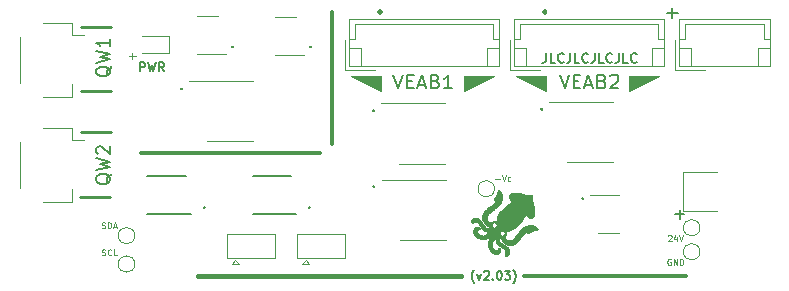
<source format=gbr>
G04 #@! TF.GenerationSoftware,KiCad,Pcbnew,5.1.12*
G04 #@! TF.CreationDate,2021-11-22T09:30:37+01:00*
G04 #@! TF.ProjectId,Raspberry Pi Zero W,52617370-6265-4727-9279-205069205a65,1.0.8*
G04 #@! TF.SameCoordinates,Original*
G04 #@! TF.FileFunction,Legend,Top*
G04 #@! TF.FilePolarity,Positive*
%FSLAX46Y46*%
G04 Gerber Fmt 4.6, Leading zero omitted, Abs format (unit mm)*
G04 Created by KiCad (PCBNEW 5.1.12) date 2021-11-22 09:30:37*
%MOMM*%
%LPD*%
G01*
G04 APERTURE LIST*
%ADD10C,0.100000*%
%ADD11C,0.150000*%
%ADD12C,0.200000*%
%ADD13C,0.300000*%
%ADD14C,0.400000*%
%ADD15C,0.250000*%
%ADD16C,0.120000*%
%ADD17C,0.010000*%
G04 APERTURE END LIST*
D10*
X125888714Y-98224571D02*
X125317285Y-98224571D01*
X125603000Y-98510285D02*
X125603000Y-97938857D01*
D11*
X160642761Y-97986904D02*
X160642761Y-98558333D01*
X160604666Y-98672619D01*
X160528476Y-98748809D01*
X160414190Y-98786904D01*
X160338000Y-98786904D01*
X161404666Y-98786904D02*
X161023714Y-98786904D01*
X161023714Y-97986904D01*
X162128476Y-98710714D02*
X162090380Y-98748809D01*
X161976095Y-98786904D01*
X161899904Y-98786904D01*
X161785619Y-98748809D01*
X161709428Y-98672619D01*
X161671333Y-98596428D01*
X161633238Y-98444047D01*
X161633238Y-98329761D01*
X161671333Y-98177380D01*
X161709428Y-98101190D01*
X161785619Y-98025000D01*
X161899904Y-97986904D01*
X161976095Y-97986904D01*
X162090380Y-98025000D01*
X162128476Y-98063095D01*
X162699904Y-97986904D02*
X162699904Y-98558333D01*
X162661809Y-98672619D01*
X162585619Y-98748809D01*
X162471333Y-98786904D01*
X162395142Y-98786904D01*
X163461809Y-98786904D02*
X163080857Y-98786904D01*
X163080857Y-97986904D01*
X164185619Y-98710714D02*
X164147523Y-98748809D01*
X164033238Y-98786904D01*
X163957047Y-98786904D01*
X163842761Y-98748809D01*
X163766571Y-98672619D01*
X163728476Y-98596428D01*
X163690380Y-98444047D01*
X163690380Y-98329761D01*
X163728476Y-98177380D01*
X163766571Y-98101190D01*
X163842761Y-98025000D01*
X163957047Y-97986904D01*
X164033238Y-97986904D01*
X164147523Y-98025000D01*
X164185619Y-98063095D01*
X164757047Y-97986904D02*
X164757047Y-98558333D01*
X164718952Y-98672619D01*
X164642761Y-98748809D01*
X164528476Y-98786904D01*
X164452285Y-98786904D01*
X165518952Y-98786904D02*
X165138000Y-98786904D01*
X165138000Y-97986904D01*
X166242761Y-98710714D02*
X166204666Y-98748809D01*
X166090380Y-98786904D01*
X166014190Y-98786904D01*
X165899904Y-98748809D01*
X165823714Y-98672619D01*
X165785619Y-98596428D01*
X165747523Y-98444047D01*
X165747523Y-98329761D01*
X165785619Y-98177380D01*
X165823714Y-98101190D01*
X165899904Y-98025000D01*
X166014190Y-97986904D01*
X166090380Y-97986904D01*
X166204666Y-98025000D01*
X166242761Y-98063095D01*
X166814190Y-97986904D02*
X166814190Y-98558333D01*
X166776095Y-98672619D01*
X166699904Y-98748809D01*
X166585619Y-98786904D01*
X166509428Y-98786904D01*
X167576095Y-98786904D02*
X167195142Y-98786904D01*
X167195142Y-97986904D01*
X168299904Y-98710714D02*
X168261809Y-98748809D01*
X168147523Y-98786904D01*
X168071333Y-98786904D01*
X167957047Y-98748809D01*
X167880857Y-98672619D01*
X167842761Y-98596428D01*
X167804666Y-98444047D01*
X167804666Y-98329761D01*
X167842761Y-98177380D01*
X167880857Y-98101190D01*
X167957047Y-98025000D01*
X168071333Y-97986904D01*
X168147523Y-97986904D01*
X168261809Y-98025000D01*
X168299904Y-98063095D01*
D12*
X134112000Y-97385142D02*
X134064380Y-97432761D01*
X134112000Y-97480380D01*
X134159619Y-97432761D01*
X134112000Y-97385142D01*
X134112000Y-97480380D01*
D10*
X123039261Y-115073880D02*
X123110690Y-115097690D01*
X123229738Y-115097690D01*
X123277357Y-115073880D01*
X123301166Y-115050071D01*
X123324976Y-115002452D01*
X123324976Y-114954833D01*
X123301166Y-114907214D01*
X123277357Y-114883404D01*
X123229738Y-114859595D01*
X123134500Y-114835785D01*
X123086880Y-114811976D01*
X123063071Y-114788166D01*
X123039261Y-114740547D01*
X123039261Y-114692928D01*
X123063071Y-114645309D01*
X123086880Y-114621500D01*
X123134500Y-114597690D01*
X123253547Y-114597690D01*
X123324976Y-114621500D01*
X123824976Y-115050071D02*
X123801166Y-115073880D01*
X123729738Y-115097690D01*
X123682119Y-115097690D01*
X123610690Y-115073880D01*
X123563071Y-115026261D01*
X123539261Y-114978642D01*
X123515452Y-114883404D01*
X123515452Y-114811976D01*
X123539261Y-114716738D01*
X123563071Y-114669119D01*
X123610690Y-114621500D01*
X123682119Y-114597690D01*
X123729738Y-114597690D01*
X123801166Y-114621500D01*
X123824976Y-114645309D01*
X124277357Y-115097690D02*
X124039261Y-115097690D01*
X124039261Y-114597690D01*
X123027357Y-112787880D02*
X123098785Y-112811690D01*
X123217833Y-112811690D01*
X123265452Y-112787880D01*
X123289261Y-112764071D01*
X123313071Y-112716452D01*
X123313071Y-112668833D01*
X123289261Y-112621214D01*
X123265452Y-112597404D01*
X123217833Y-112573595D01*
X123122595Y-112549785D01*
X123074976Y-112525976D01*
X123051166Y-112502166D01*
X123027357Y-112454547D01*
X123027357Y-112406928D01*
X123051166Y-112359309D01*
X123074976Y-112335500D01*
X123122595Y-112311690D01*
X123241642Y-112311690D01*
X123313071Y-112335500D01*
X123527357Y-112811690D02*
X123527357Y-112311690D01*
X123646404Y-112311690D01*
X123717833Y-112335500D01*
X123765452Y-112383119D01*
X123789261Y-112430738D01*
X123813071Y-112525976D01*
X123813071Y-112597404D01*
X123789261Y-112692642D01*
X123765452Y-112740261D01*
X123717833Y-112787880D01*
X123646404Y-112811690D01*
X123527357Y-112811690D01*
X124003547Y-112668833D02*
X124241642Y-112668833D01*
X123955928Y-112811690D02*
X124122595Y-112311690D01*
X124289261Y-112811690D01*
D11*
X172338952Y-111640928D02*
X171577047Y-111640928D01*
X171958000Y-112021880D02*
X171958000Y-111259976D01*
D12*
X160274000Y-102668342D02*
X160226380Y-102715961D01*
X160274000Y-102763580D01*
X160321619Y-102715961D01*
X160274000Y-102668342D01*
X160274000Y-102763580D01*
D13*
X142494000Y-94488000D02*
X142494000Y-105664000D01*
X126365000Y-106426000D02*
X141478000Y-106426000D01*
D14*
X131191000Y-116840000D02*
X153416000Y-116840000D01*
D12*
X140716000Y-97385142D02*
X140668380Y-97432761D01*
X140716000Y-97480380D01*
X140763619Y-97432761D01*
X140716000Y-97385142D01*
X140716000Y-97480380D01*
X146050000Y-109196142D02*
X146097619Y-109243761D01*
X146050000Y-109291380D01*
X146002380Y-109243761D01*
X146050000Y-109196142D01*
X146050000Y-109291380D01*
X145999200Y-102820742D02*
X146046819Y-102868361D01*
X145999200Y-102915980D01*
X145951580Y-102868361D01*
X145999200Y-102820742D01*
X145999200Y-102915980D01*
D10*
X156352952Y-108620714D02*
X156733904Y-108620714D01*
X156900571Y-108311190D02*
X157067238Y-108811190D01*
X157233904Y-108311190D01*
X157614857Y-108787380D02*
X157567238Y-108811190D01*
X157472000Y-108811190D01*
X157424380Y-108787380D01*
X157400571Y-108763571D01*
X157376761Y-108715952D01*
X157376761Y-108573095D01*
X157400571Y-108525476D01*
X157424380Y-108501666D01*
X157472000Y-108477857D01*
X157567238Y-108477857D01*
X157614857Y-108501666D01*
X171196047Y-115447000D02*
X171148428Y-115423190D01*
X171077000Y-115423190D01*
X171005571Y-115447000D01*
X170957952Y-115494619D01*
X170934142Y-115542238D01*
X170910333Y-115637476D01*
X170910333Y-115708904D01*
X170934142Y-115804142D01*
X170957952Y-115851761D01*
X171005571Y-115899380D01*
X171077000Y-115923190D01*
X171124619Y-115923190D01*
X171196047Y-115899380D01*
X171219857Y-115875571D01*
X171219857Y-115708904D01*
X171124619Y-115708904D01*
X171434142Y-115923190D02*
X171434142Y-115423190D01*
X171719857Y-115923190D01*
X171719857Y-115423190D01*
X171957952Y-115923190D02*
X171957952Y-115423190D01*
X172077000Y-115423190D01*
X172148428Y-115447000D01*
X172196047Y-115494619D01*
X172219857Y-115542238D01*
X172243666Y-115637476D01*
X172243666Y-115708904D01*
X172219857Y-115804142D01*
X172196047Y-115851761D01*
X172148428Y-115899380D01*
X172077000Y-115923190D01*
X171957952Y-115923190D01*
X170981761Y-113438809D02*
X171005571Y-113415000D01*
X171053190Y-113391190D01*
X171172238Y-113391190D01*
X171219857Y-113415000D01*
X171243666Y-113438809D01*
X171267476Y-113486428D01*
X171267476Y-113534047D01*
X171243666Y-113605476D01*
X170957952Y-113891190D01*
X171267476Y-113891190D01*
X171696047Y-113557857D02*
X171696047Y-113891190D01*
X171577000Y-113367380D02*
X171457952Y-113724523D01*
X171767476Y-113724523D01*
X171886523Y-113391190D02*
X172053190Y-113891190D01*
X172219857Y-113391190D01*
D11*
X126254000Y-99526285D02*
X126254000Y-98776285D01*
X126539714Y-98776285D01*
X126611142Y-98812000D01*
X126646857Y-98847714D01*
X126682571Y-98919142D01*
X126682571Y-99026285D01*
X126646857Y-99097714D01*
X126611142Y-99133428D01*
X126539714Y-99169142D01*
X126254000Y-99169142D01*
X126932571Y-98776285D02*
X127111142Y-99526285D01*
X127254000Y-98990571D01*
X127396857Y-99526285D01*
X127575428Y-98776285D01*
X128289714Y-99526285D02*
X128039714Y-99169142D01*
X127861142Y-99526285D02*
X127861142Y-98776285D01*
X128146857Y-98776285D01*
X128218285Y-98812000D01*
X128254000Y-98847714D01*
X128289714Y-98919142D01*
X128289714Y-99026285D01*
X128254000Y-99097714D01*
X128218285Y-99133428D01*
X128146857Y-99169142D01*
X127861142Y-99169142D01*
D13*
X158750000Y-116840000D02*
X172466000Y-116840000D01*
D11*
X154567142Y-117465000D02*
X154531428Y-117429285D01*
X154460000Y-117322142D01*
X154424285Y-117250714D01*
X154388571Y-117143571D01*
X154352857Y-116965000D01*
X154352857Y-116822142D01*
X154388571Y-116643571D01*
X154424285Y-116536428D01*
X154460000Y-116465000D01*
X154531428Y-116357857D01*
X154567142Y-116322142D01*
X154781428Y-116679285D02*
X154960000Y-117179285D01*
X155138571Y-116679285D01*
X155388571Y-116500714D02*
X155424285Y-116465000D01*
X155495714Y-116429285D01*
X155674285Y-116429285D01*
X155745714Y-116465000D01*
X155781428Y-116500714D01*
X155817142Y-116572142D01*
X155817142Y-116643571D01*
X155781428Y-116750714D01*
X155352857Y-117179285D01*
X155817142Y-117179285D01*
X156138571Y-117107857D02*
X156174285Y-117143571D01*
X156138571Y-117179285D01*
X156102857Y-117143571D01*
X156138571Y-117107857D01*
X156138571Y-117179285D01*
X156638571Y-116429285D02*
X156710000Y-116429285D01*
X156781428Y-116465000D01*
X156817142Y-116500714D01*
X156852857Y-116572142D01*
X156888571Y-116715000D01*
X156888571Y-116893571D01*
X156852857Y-117036428D01*
X156817142Y-117107857D01*
X156781428Y-117143571D01*
X156710000Y-117179285D01*
X156638571Y-117179285D01*
X156567142Y-117143571D01*
X156531428Y-117107857D01*
X156495714Y-117036428D01*
X156460000Y-116893571D01*
X156460000Y-116715000D01*
X156495714Y-116572142D01*
X156531428Y-116500714D01*
X156567142Y-116465000D01*
X156638571Y-116429285D01*
X157138571Y-116429285D02*
X157602857Y-116429285D01*
X157352857Y-116715000D01*
X157460000Y-116715000D01*
X157531428Y-116750714D01*
X157567142Y-116786428D01*
X157602857Y-116857857D01*
X157602857Y-117036428D01*
X157567142Y-117107857D01*
X157531428Y-117143571D01*
X157460000Y-117179285D01*
X157245714Y-117179285D01*
X157174285Y-117143571D01*
X157138571Y-117107857D01*
X157852857Y-117465000D02*
X157888571Y-117429285D01*
X157960000Y-117322142D01*
X157995714Y-117250714D01*
X158031428Y-117143571D01*
X158067142Y-116965000D01*
X158067142Y-116822142D01*
X158031428Y-116643571D01*
X157995714Y-116536428D01*
X157960000Y-116465000D01*
X157888571Y-116357857D01*
X157852857Y-116322142D01*
D12*
X163728400Y-110237542D02*
X163680780Y-110285161D01*
X163728400Y-110332780D01*
X163776019Y-110285161D01*
X163728400Y-110237542D01*
X163728400Y-110332780D01*
X129794000Y-100941142D02*
X129746380Y-100988761D01*
X129794000Y-101036380D01*
X129841619Y-100988761D01*
X129794000Y-100941142D01*
X129794000Y-101036380D01*
X140589000Y-110974142D02*
X140541380Y-111021761D01*
X140589000Y-111069380D01*
X140636619Y-111021761D01*
X140589000Y-110974142D01*
X140589000Y-111069380D01*
X131699000Y-110974142D02*
X131651380Y-111021761D01*
X131699000Y-111069380D01*
X131746619Y-111021761D01*
X131699000Y-110974142D01*
X131699000Y-111069380D01*
D10*
G36*
X167640000Y-101219000D02*
G01*
X167640000Y-99949000D01*
X170180000Y-99949000D01*
X167640000Y-101219000D01*
G37*
X167640000Y-101219000D02*
X167640000Y-99949000D01*
X170180000Y-99949000D01*
X167640000Y-101219000D01*
D15*
X121285000Y-95758000D02*
X123825000Y-95758000D01*
X121285000Y-101219000D02*
X123825000Y-101219000D01*
X121285000Y-104648000D02*
X123825000Y-104648000D01*
X121221500Y-110172500D02*
X123761500Y-110172500D01*
D10*
G36*
X160655000Y-101219000D02*
G01*
X158115000Y-99949000D01*
X160655000Y-99949000D01*
X160655000Y-101219000D01*
G37*
X160655000Y-101219000D02*
X158115000Y-99949000D01*
X160655000Y-99949000D01*
X160655000Y-101219000D01*
G36*
X153670000Y-101219000D02*
G01*
X153670000Y-99949000D01*
X156210000Y-99949000D01*
X153670000Y-101219000D01*
G37*
X153670000Y-101219000D02*
X153670000Y-99949000D01*
X156210000Y-99949000D01*
X153670000Y-101219000D01*
G36*
X146685000Y-101219000D02*
G01*
X144145000Y-99949000D01*
X146685000Y-99949000D01*
X146685000Y-101219000D01*
G37*
X146685000Y-101219000D02*
X144145000Y-99949000D01*
X146685000Y-99949000D01*
X146685000Y-101219000D01*
D13*
X146558000Y-94409034D02*
X146629428Y-94480462D01*
X146558000Y-94551891D01*
X146486571Y-94480462D01*
X146558000Y-94409034D01*
X146558000Y-94551891D01*
X160515300Y-94424274D02*
X160586728Y-94495702D01*
X160515300Y-94567131D01*
X160443871Y-94495702D01*
X160515300Y-94424274D01*
X160515300Y-94567131D01*
D12*
X170897604Y-94582842D02*
X171773795Y-94582842D01*
X171335700Y-95020938D02*
X171335700Y-94144747D01*
X161818952Y-99827238D02*
X162202285Y-100977238D01*
X162585619Y-99827238D01*
X162968952Y-100374857D02*
X163352285Y-100374857D01*
X163516571Y-100977238D02*
X162968952Y-100977238D01*
X162968952Y-99827238D01*
X163516571Y-99827238D01*
X163954666Y-100648666D02*
X164502285Y-100648666D01*
X163845142Y-100977238D02*
X164228476Y-99827238D01*
X164611809Y-100977238D01*
X165378476Y-100374857D02*
X165542761Y-100429619D01*
X165597523Y-100484380D01*
X165652285Y-100593904D01*
X165652285Y-100758190D01*
X165597523Y-100867714D01*
X165542761Y-100922476D01*
X165433238Y-100977238D01*
X164995142Y-100977238D01*
X164995142Y-99827238D01*
X165378476Y-99827238D01*
X165488000Y-99882000D01*
X165542761Y-99936761D01*
X165597523Y-100046285D01*
X165597523Y-100155809D01*
X165542761Y-100265333D01*
X165488000Y-100320095D01*
X165378476Y-100374857D01*
X164995142Y-100374857D01*
X166090380Y-99936761D02*
X166145142Y-99882000D01*
X166254666Y-99827238D01*
X166528476Y-99827238D01*
X166638000Y-99882000D01*
X166692761Y-99936761D01*
X166747523Y-100046285D01*
X166747523Y-100155809D01*
X166692761Y-100320095D01*
X166035619Y-100977238D01*
X166747523Y-100977238D01*
X147721952Y-99827238D02*
X148105285Y-100977238D01*
X148488619Y-99827238D01*
X148871952Y-100374857D02*
X149255285Y-100374857D01*
X149419571Y-100977238D02*
X148871952Y-100977238D01*
X148871952Y-99827238D01*
X149419571Y-99827238D01*
X149857666Y-100648666D02*
X150405285Y-100648666D01*
X149748142Y-100977238D02*
X150131476Y-99827238D01*
X150514809Y-100977238D01*
X151281476Y-100374857D02*
X151445761Y-100429619D01*
X151500523Y-100484380D01*
X151555285Y-100593904D01*
X151555285Y-100758190D01*
X151500523Y-100867714D01*
X151445761Y-100922476D01*
X151336238Y-100977238D01*
X150898142Y-100977238D01*
X150898142Y-99827238D01*
X151281476Y-99827238D01*
X151391000Y-99882000D01*
X151445761Y-99936761D01*
X151500523Y-100046285D01*
X151500523Y-100155809D01*
X151445761Y-100265333D01*
X151391000Y-100320095D01*
X151281476Y-100374857D01*
X150898142Y-100374857D01*
X152650523Y-100977238D02*
X151993380Y-100977238D01*
X152321952Y-100977238D02*
X152321952Y-99827238D01*
X152212428Y-99991523D01*
X152102904Y-100101047D01*
X151993380Y-100155809D01*
X123819761Y-108208666D02*
X123765000Y-108318190D01*
X123655476Y-108427714D01*
X123491190Y-108592000D01*
X123436428Y-108701523D01*
X123436428Y-108811047D01*
X123710238Y-108756285D02*
X123655476Y-108865809D01*
X123545952Y-108975333D01*
X123326904Y-109030095D01*
X122943571Y-109030095D01*
X122724523Y-108975333D01*
X122615000Y-108865809D01*
X122560238Y-108756285D01*
X122560238Y-108537238D01*
X122615000Y-108427714D01*
X122724523Y-108318190D01*
X122943571Y-108263428D01*
X123326904Y-108263428D01*
X123545952Y-108318190D01*
X123655476Y-108427714D01*
X123710238Y-108537238D01*
X123710238Y-108756285D01*
X122560238Y-107880095D02*
X123710238Y-107606285D01*
X122888809Y-107387238D01*
X123710238Y-107168190D01*
X122560238Y-106894380D01*
X122669761Y-106511047D02*
X122615000Y-106456285D01*
X122560238Y-106346761D01*
X122560238Y-106072952D01*
X122615000Y-105963428D01*
X122669761Y-105908666D01*
X122779285Y-105853904D01*
X122888809Y-105853904D01*
X123053095Y-105908666D01*
X123710238Y-106565809D01*
X123710238Y-105853904D01*
X123819761Y-99115466D02*
X123765000Y-99224990D01*
X123655476Y-99334514D01*
X123491190Y-99498800D01*
X123436428Y-99608323D01*
X123436428Y-99717847D01*
X123710238Y-99663085D02*
X123655476Y-99772609D01*
X123545952Y-99882133D01*
X123326904Y-99936895D01*
X122943571Y-99936895D01*
X122724523Y-99882133D01*
X122615000Y-99772609D01*
X122560238Y-99663085D01*
X122560238Y-99444038D01*
X122615000Y-99334514D01*
X122724523Y-99224990D01*
X122943571Y-99170228D01*
X123326904Y-99170228D01*
X123545952Y-99224990D01*
X123655476Y-99334514D01*
X123710238Y-99444038D01*
X123710238Y-99663085D01*
X122560238Y-98786895D02*
X123710238Y-98513085D01*
X122888809Y-98294038D01*
X123710238Y-98074990D01*
X122560238Y-97801180D01*
X123710238Y-96760704D02*
X123710238Y-97417847D01*
X123710238Y-97089276D02*
X122560238Y-97089276D01*
X122724523Y-97198800D01*
X122834047Y-97308323D01*
X122888809Y-97417847D01*
D16*
X172241000Y-108078000D02*
X172241000Y-111378000D01*
X172241000Y-111378000D02*
X175133000Y-111378000D01*
X172241000Y-108078000D02*
X175133000Y-108078000D01*
D11*
X130140000Y-108357000D02*
X126890000Y-108357000D01*
X130547000Y-111607000D02*
X126890000Y-111607000D01*
X139446000Y-111607000D02*
X135789000Y-111607000D01*
X139039000Y-108357000D02*
X135789000Y-108357000D01*
D16*
X171588000Y-99384000D02*
X174088000Y-99384000D01*
X171588000Y-96884000D02*
X171588000Y-99384000D01*
X178608000Y-97584000D02*
X178608000Y-99084000D01*
X179608000Y-97584000D02*
X178608000Y-97584000D01*
X172888000Y-97584000D02*
X172888000Y-99084000D01*
X171888000Y-97584000D02*
X172888000Y-97584000D01*
X179108000Y-96774000D02*
X179608000Y-96774000D01*
X179108000Y-95564000D02*
X179108000Y-96774000D01*
X172388000Y-95564000D02*
X179108000Y-95564000D01*
X172388000Y-96774000D02*
X172388000Y-95564000D01*
X171888000Y-96774000D02*
X172388000Y-96774000D01*
X179608000Y-95064000D02*
X171888000Y-95064000D01*
X179608000Y-99084000D02*
X179608000Y-95064000D01*
X171888000Y-99084000D02*
X179608000Y-99084000D01*
X171888000Y-95064000D02*
X171888000Y-99084000D01*
X157611000Y-99384000D02*
X160111000Y-99384000D01*
X157611000Y-96884000D02*
X157611000Y-99384000D01*
X169631000Y-97584000D02*
X169631000Y-99084000D01*
X170631000Y-97584000D02*
X169631000Y-97584000D01*
X158911000Y-97584000D02*
X158911000Y-99084000D01*
X157911000Y-97584000D02*
X158911000Y-97584000D01*
X170131000Y-96774000D02*
X170631000Y-96774000D01*
X170131000Y-95564000D02*
X170131000Y-96774000D01*
X158411000Y-95564000D02*
X170131000Y-95564000D01*
X158411000Y-96774000D02*
X158411000Y-95564000D01*
X157911000Y-96774000D02*
X158411000Y-96774000D01*
X170631000Y-95064000D02*
X157911000Y-95064000D01*
X170631000Y-99084000D02*
X170631000Y-95064000D01*
X157911000Y-99084000D02*
X170631000Y-99084000D01*
X157911000Y-95064000D02*
X157911000Y-99084000D01*
X143948000Y-95064000D02*
X143948000Y-99084000D01*
X143948000Y-99084000D02*
X156668000Y-99084000D01*
X156668000Y-99084000D02*
X156668000Y-95064000D01*
X156668000Y-95064000D02*
X143948000Y-95064000D01*
X143948000Y-96774000D02*
X144448000Y-96774000D01*
X144448000Y-96774000D02*
X144448000Y-95564000D01*
X144448000Y-95564000D02*
X156168000Y-95564000D01*
X156168000Y-95564000D02*
X156168000Y-96774000D01*
X156168000Y-96774000D02*
X156668000Y-96774000D01*
X143948000Y-97584000D02*
X144948000Y-97584000D01*
X144948000Y-97584000D02*
X144948000Y-99084000D01*
X156668000Y-97584000D02*
X155668000Y-97584000D01*
X155668000Y-97584000D02*
X155668000Y-99084000D01*
X143648000Y-96884000D02*
X143648000Y-99384000D01*
X143648000Y-99384000D02*
X146148000Y-99384000D01*
X133858000Y-105430000D02*
X135808000Y-105430000D01*
X133858000Y-105430000D02*
X131908000Y-105430000D01*
X133858000Y-100310000D02*
X135808000Y-100310000D01*
X133858000Y-100310000D02*
X130408000Y-100310000D01*
X164338000Y-102088000D02*
X160888000Y-102088000D01*
X164338000Y-102088000D02*
X166288000Y-102088000D01*
X164338000Y-107208000D02*
X162388000Y-107208000D01*
X164338000Y-107208000D02*
X166288000Y-107208000D01*
X150114000Y-107335000D02*
X152064000Y-107335000D01*
X150114000Y-107335000D02*
X148164000Y-107335000D01*
X150114000Y-102215000D02*
X152064000Y-102215000D01*
X150114000Y-102215000D02*
X146664000Y-102215000D01*
X150241000Y-113812000D02*
X152191000Y-113812000D01*
X150241000Y-113812000D02*
X148291000Y-113812000D01*
X150241000Y-108692000D02*
X152191000Y-108692000D01*
X150241000Y-108692000D02*
X146791000Y-108692000D01*
X139500000Y-94910000D02*
X137700000Y-94910000D01*
X137700000Y-98130000D02*
X140150000Y-98130000D01*
X131096000Y-98064000D02*
X133546000Y-98064000D01*
X132896000Y-94844000D02*
X131096000Y-94844000D01*
D17*
G36*
X156602605Y-109553642D02*
G01*
X156626318Y-109563895D01*
X156652711Y-109581227D01*
X156682162Y-109605866D01*
X156698379Y-109621219D01*
X156743655Y-109670802D01*
X156785455Y-109727001D01*
X156823057Y-109788427D01*
X156855743Y-109853690D01*
X156882793Y-109921401D01*
X156903485Y-109990170D01*
X156913459Y-110036281D01*
X156917428Y-110064858D01*
X156920348Y-110099478D01*
X156922178Y-110137777D01*
X156922881Y-110177389D01*
X156922416Y-110215952D01*
X156920745Y-110251101D01*
X156917829Y-110280472D01*
X156917531Y-110282566D01*
X156903921Y-110356388D01*
X156884855Y-110430716D01*
X156860952Y-110503885D01*
X156832826Y-110574229D01*
X156801095Y-110640082D01*
X156766375Y-110699778D01*
X156758969Y-110711066D01*
X156731985Y-110749638D01*
X156702886Y-110787819D01*
X156671245Y-110826002D01*
X156636631Y-110864579D01*
X156598616Y-110903940D01*
X156556770Y-110944477D01*
X156510665Y-110986581D01*
X156459871Y-111030645D01*
X156403959Y-111077059D01*
X156342500Y-111126214D01*
X156275066Y-111178503D01*
X156201226Y-111234317D01*
X156120552Y-111294047D01*
X156117278Y-111296449D01*
X156062635Y-111336737D01*
X156014375Y-111372797D01*
X155971862Y-111405141D01*
X155934462Y-111434277D01*
X155901538Y-111460716D01*
X155872456Y-111484968D01*
X155846582Y-111507544D01*
X155823280Y-111528953D01*
X155801914Y-111549706D01*
X155801350Y-111550270D01*
X155751974Y-111603179D01*
X155710640Y-111655211D01*
X155677054Y-111706955D01*
X155650919Y-111759002D01*
X155631940Y-111811940D01*
X155619821Y-111866361D01*
X155614267Y-111922854D01*
X155614239Y-111923545D01*
X155614579Y-111971398D01*
X155620039Y-112014577D01*
X155631209Y-112055196D01*
X155648679Y-112095371D01*
X155673042Y-112137215D01*
X155674588Y-112139598D01*
X155689537Y-112160302D01*
X155709121Y-112184190D01*
X155731677Y-112209504D01*
X155755543Y-112234489D01*
X155779056Y-112257388D01*
X155800553Y-112276445D01*
X155814183Y-112287039D01*
X155840896Y-112304152D01*
X155872930Y-112321653D01*
X155907351Y-112338058D01*
X155941223Y-112351884D01*
X155945417Y-112353409D01*
X155979283Y-112365528D01*
X155985526Y-112355922D01*
X155995411Y-112343112D01*
X156010060Y-112327031D01*
X156027519Y-112309564D01*
X156045835Y-112292599D01*
X156063056Y-112278019D01*
X156076225Y-112268351D01*
X156093517Y-112258492D01*
X156114551Y-112248417D01*
X156134925Y-112240225D01*
X156135917Y-112239879D01*
X156151644Y-112234768D01*
X156165340Y-112231384D01*
X156179559Y-112229382D01*
X156196854Y-112228416D01*
X156219781Y-112228141D01*
X156222700Y-112228138D01*
X156245937Y-112228310D01*
X156263374Y-112229106D01*
X156277675Y-112230918D01*
X156291503Y-112234136D01*
X156307522Y-112239154D01*
X156315016Y-112241709D01*
X156332242Y-112247512D01*
X156346572Y-112252079D01*
X156356055Y-112254803D01*
X156358620Y-112255300D01*
X156363159Y-112252634D01*
X156372717Y-112245319D01*
X156386029Y-112234375D01*
X156401828Y-112220825D01*
X156407162Y-112216141D01*
X156451500Y-112176983D01*
X156449815Y-112134650D01*
X156450761Y-112064969D01*
X156459103Y-111992928D01*
X156474909Y-111918191D01*
X156498247Y-111840420D01*
X156521098Y-111778990D01*
X156555884Y-111699795D01*
X156596059Y-111622486D01*
X156642086Y-111546398D01*
X156694428Y-111470864D01*
X156753549Y-111395218D01*
X156819911Y-111318793D01*
X156893977Y-111240925D01*
X156897917Y-111236955D01*
X156981569Y-111156064D01*
X157070743Y-111076145D01*
X157165866Y-110996870D01*
X157267369Y-110917913D01*
X157375682Y-110838946D01*
X157491233Y-110759642D01*
X157614453Y-110679676D01*
X157699905Y-110626548D01*
X157726119Y-110610471D01*
X157749992Y-110595751D01*
X157770562Y-110582989D01*
X157786866Y-110572783D01*
X157797941Y-110565735D01*
X157802825Y-110562443D01*
X157802919Y-110562361D01*
X157801047Y-110558854D01*
X157793364Y-110551944D01*
X157781213Y-110542754D01*
X157771169Y-110535833D01*
X157731798Y-110508045D01*
X157695368Y-110479260D01*
X157663757Y-110451018D01*
X157646976Y-110433999D01*
X157607128Y-110386682D01*
X157574062Y-110338337D01*
X157547855Y-110289484D01*
X157528583Y-110240643D01*
X157516322Y-110192336D01*
X157511149Y-110145082D01*
X157513140Y-110099404D01*
X157522372Y-110055822D01*
X157538920Y-110014856D01*
X157562862Y-109977027D01*
X157577412Y-109959689D01*
X157615668Y-109924091D01*
X157660865Y-109893123D01*
X157712830Y-109866823D01*
X157771391Y-109845229D01*
X157836374Y-109828379D01*
X157907607Y-109816310D01*
X157984918Y-109809060D01*
X158068134Y-109806668D01*
X158157083Y-109809170D01*
X158236887Y-109815157D01*
X158307259Y-109823221D01*
X158379201Y-109834269D01*
X158453444Y-109848488D01*
X158530718Y-109866065D01*
X158611754Y-109887188D01*
X158697282Y-109912044D01*
X158788033Y-109940820D01*
X158884738Y-109973704D01*
X158959204Y-110000299D01*
X159056225Y-110035577D01*
X159107371Y-110023679D01*
X159174982Y-110009093D01*
X159236331Y-109998229D01*
X159291190Y-109991105D01*
X159339330Y-109987740D01*
X159380524Y-109988152D01*
X159414545Y-109992359D01*
X159433078Y-109997265D01*
X159448776Y-110004397D01*
X159460690Y-110014408D01*
X159469243Y-110028346D01*
X159474856Y-110047259D01*
X159477950Y-110072194D01*
X159478950Y-110104199D01*
X159478938Y-110111116D01*
X159476944Y-110155716D01*
X159471507Y-110207232D01*
X159462732Y-110264893D01*
X159450724Y-110327928D01*
X159446647Y-110347127D01*
X159432174Y-110413804D01*
X159459681Y-110488944D01*
X159500091Y-110602680D01*
X159535904Y-110710534D01*
X159567078Y-110812345D01*
X159593567Y-110907952D01*
X159615329Y-110997192D01*
X159632320Y-111079904D01*
X159644495Y-111155926D01*
X159648225Y-111186383D01*
X159649859Y-111206020D01*
X159651222Y-111231974D01*
X159652315Y-111263025D01*
X159653138Y-111297950D01*
X159653690Y-111335531D01*
X159653972Y-111374546D01*
X159653985Y-111413775D01*
X159653727Y-111451998D01*
X159653199Y-111487994D01*
X159652401Y-111520542D01*
X159651334Y-111548422D01*
X159649996Y-111570413D01*
X159648389Y-111585295D01*
X159648198Y-111586433D01*
X159633889Y-111653772D01*
X159616003Y-111713803D01*
X159594336Y-111766985D01*
X159568682Y-111813778D01*
X159538836Y-111854640D01*
X159518378Y-111876956D01*
X159499566Y-111894940D01*
X159483209Y-111908278D01*
X159466549Y-111918995D01*
X159448262Y-111928433D01*
X159421565Y-111940109D01*
X159397380Y-111947904D01*
X159372654Y-111952476D01*
X159344329Y-111954483D01*
X159326202Y-111954733D01*
X159275963Y-111950582D01*
X159225383Y-111938368D01*
X159175006Y-111918448D01*
X159125380Y-111891178D01*
X159077050Y-111856915D01*
X159030562Y-111816015D01*
X158986462Y-111768836D01*
X158945296Y-111715734D01*
X158932979Y-111697769D01*
X158922870Y-111683232D01*
X158914279Y-111672085D01*
X158908347Y-111665740D01*
X158906444Y-111664866D01*
X158903351Y-111668946D01*
X158896597Y-111679175D01*
X158886883Y-111694449D01*
X158874910Y-111713660D01*
X158861380Y-111735701D01*
X158857534Y-111742023D01*
X158784048Y-111860372D01*
X158711794Y-111971249D01*
X158640172Y-112075452D01*
X158568581Y-112173776D01*
X158496419Y-112267015D01*
X158423085Y-112355966D01*
X158347978Y-112441423D01*
X158270498Y-112524183D01*
X158252583Y-112542608D01*
X158192001Y-112602955D01*
X158133552Y-112658098D01*
X158078069Y-112707270D01*
X158042982Y-112736479D01*
X157976573Y-112786619D01*
X157905663Y-112833544D01*
X157831593Y-112876593D01*
X157755704Y-112915101D01*
X157679340Y-112948406D01*
X157603841Y-112975845D01*
X157530550Y-112996755D01*
X157504269Y-113002702D01*
X157481553Y-113007066D01*
X157459535Y-113010343D01*
X157436016Y-113012751D01*
X157408798Y-113014505D01*
X157375683Y-113015824D01*
X157369380Y-113016018D01*
X157286277Y-113018498D01*
X157248190Y-113061496D01*
X157210102Y-113104494D01*
X157222992Y-113142388D01*
X157229080Y-113161688D01*
X157233140Y-113178877D01*
X157235681Y-113197027D01*
X157237213Y-113219210D01*
X157237700Y-113231083D01*
X157237449Y-113271686D01*
X157233193Y-113307787D01*
X157224322Y-113340701D01*
X157210230Y-113371745D01*
X157190307Y-113402235D01*
X157163944Y-113433488D01*
X157130535Y-113466820D01*
X157127405Y-113469741D01*
X157114441Y-113483586D01*
X157108043Y-113494718D01*
X157107467Y-113498168D01*
X157109789Y-113513123D01*
X157116281Y-113533455D01*
X157126234Y-113557620D01*
X157138935Y-113584077D01*
X157153676Y-113611282D01*
X157169744Y-113637694D01*
X157176306Y-113647577D01*
X157201193Y-113680039D01*
X157231258Y-113712748D01*
X157264771Y-113744210D01*
X157300000Y-113772934D01*
X157335215Y-113797428D01*
X157368684Y-113816199D01*
X157375557Y-113819374D01*
X157399854Y-113829798D01*
X157420200Y-113837471D01*
X157438726Y-113842796D01*
X157457565Y-113846177D01*
X157478849Y-113848016D01*
X157504711Y-113848717D01*
X157530800Y-113848725D01*
X157559174Y-113848433D01*
X157581103Y-113847791D01*
X157598610Y-113846597D01*
X157613716Y-113844651D01*
X157628441Y-113841750D01*
X157644808Y-113837692D01*
X157646888Y-113837142D01*
X157671250Y-113829528D01*
X157699009Y-113819041D01*
X157726311Y-113807179D01*
X157735788Y-113802610D01*
X157773886Y-113781763D01*
X157811320Y-113757354D01*
X157848642Y-113728849D01*
X157886404Y-113695711D01*
X157925161Y-113657402D01*
X157965465Y-113613386D01*
X158007869Y-113563127D01*
X158052927Y-113506088D01*
X158084760Y-113463966D01*
X158133499Y-113398505D01*
X158177559Y-113339411D01*
X158217291Y-113286240D01*
X158253046Y-113238548D01*
X158285177Y-113195893D01*
X158314036Y-113157831D01*
X158339974Y-113123920D01*
X158363343Y-113093716D01*
X158384495Y-113066776D01*
X158403782Y-113042656D01*
X158421556Y-113020915D01*
X158438169Y-113001108D01*
X158453972Y-112982793D01*
X158469318Y-112965526D01*
X158484558Y-112948864D01*
X158500044Y-112932364D01*
X158516128Y-112915583D01*
X158533162Y-112898078D01*
X158538117Y-112893020D01*
X158597673Y-112834633D01*
X158655081Y-112783402D01*
X158711417Y-112738652D01*
X158767754Y-112699709D01*
X158825168Y-112665900D01*
X158884733Y-112636549D01*
X158947524Y-112610984D01*
X159014615Y-112588529D01*
X159031517Y-112583516D01*
X159077361Y-112570850D01*
X159117933Y-112561203D01*
X159155726Y-112554221D01*
X159193234Y-112549550D01*
X159232950Y-112546835D01*
X159277369Y-112545723D01*
X159298217Y-112545648D01*
X159330056Y-112545777D01*
X159355209Y-112546158D01*
X159375455Y-112546930D01*
X159392573Y-112548232D01*
X159408343Y-112550202D01*
X159424544Y-112552979D01*
X159442956Y-112556701D01*
X159444514Y-112557030D01*
X159520123Y-112576939D01*
X159594451Y-112604120D01*
X159666217Y-112637914D01*
X159734144Y-112677666D01*
X159796954Y-112722718D01*
X159841429Y-112760983D01*
X159865364Y-112785585D01*
X159885829Y-112811051D01*
X159901998Y-112836061D01*
X159913046Y-112859294D01*
X159918149Y-112879431D01*
X159918400Y-112884157D01*
X159914755Y-112896357D01*
X159905346Y-112908742D01*
X159892464Y-112918881D01*
X159881049Y-112923782D01*
X159871460Y-112925464D01*
X159855304Y-112927455D01*
X159834466Y-112929556D01*
X159810830Y-112931569D01*
X159797965Y-112932521D01*
X159743597Y-112937498D01*
X159695267Y-112944652D01*
X159650705Y-112954543D01*
X159607639Y-112967729D01*
X159563797Y-112984766D01*
X159537240Y-112996577D01*
X159493219Y-113017838D01*
X159450465Y-113040466D01*
X159407479Y-113065365D01*
X159362765Y-113093437D01*
X159314825Y-113125584D01*
X159265177Y-113160543D01*
X159231568Y-113184327D01*
X159203685Y-113203188D01*
X159180656Y-113217515D01*
X159161612Y-113227695D01*
X159145685Y-113234117D01*
X159132004Y-113237169D01*
X159119699Y-113237239D01*
X159107901Y-113234714D01*
X159102878Y-113232969D01*
X159094628Y-113228610D01*
X159081680Y-113220389D01*
X159066037Y-113209619D01*
X159054540Y-113201256D01*
X159030767Y-113184119D01*
X159011443Y-113171890D01*
X158994677Y-113163864D01*
X158978579Y-113159337D01*
X158961258Y-113157605D01*
X158940824Y-113157963D01*
X158938676Y-113158079D01*
X158904556Y-113162329D01*
X158872092Y-113171538D01*
X158839859Y-113186350D01*
X158806435Y-113207411D01*
X158773001Y-113233199D01*
X158757036Y-113247040D01*
X158741035Y-113262284D01*
X158724536Y-113279522D01*
X158707076Y-113299346D01*
X158688193Y-113322348D01*
X158667426Y-113349118D01*
X158644312Y-113380249D01*
X158618389Y-113416331D01*
X158589195Y-113457957D01*
X158556268Y-113505718D01*
X158529913Y-113544350D01*
X158469283Y-113631696D01*
X158411216Y-113711520D01*
X158355334Y-113784236D01*
X158301259Y-113850263D01*
X158248614Y-113910015D01*
X158197023Y-113963910D01*
X158146106Y-114012365D01*
X158095489Y-114055795D01*
X158044791Y-114094618D01*
X158009167Y-114119201D01*
X157939567Y-114160113D01*
X157866484Y-114193376D01*
X157790239Y-114218903D01*
X157711150Y-114236608D01*
X157629540Y-114246407D01*
X157545726Y-114248214D01*
X157528683Y-114247607D01*
X157493764Y-114245698D01*
X157464963Y-114243199D01*
X157439932Y-114239710D01*
X157416327Y-114234828D01*
X157391799Y-114228154D01*
X157365225Y-114219695D01*
X157303482Y-114195425D01*
X157242514Y-114163937D01*
X157181978Y-114124989D01*
X157121529Y-114078339D01*
X157060824Y-114023745D01*
X157002583Y-113964279D01*
X156968664Y-113925887D01*
X156937406Y-113886503D01*
X156907840Y-113844675D01*
X156878995Y-113798953D01*
X156849900Y-113747885D01*
X156820851Y-113692516D01*
X156802801Y-113657670D01*
X156787658Y-113630105D01*
X156775075Y-113609286D01*
X156764706Y-113594677D01*
X156756205Y-113585741D01*
X156749494Y-113582007D01*
X156737122Y-113583057D01*
X156723134Y-113591195D01*
X156708386Y-113605414D01*
X156693735Y-113624702D01*
X156680037Y-113648053D01*
X156668149Y-113674457D01*
X156665911Y-113680437D01*
X156652691Y-113728148D01*
X156647507Y-113775197D01*
X156650302Y-113820975D01*
X156661019Y-113864871D01*
X156679601Y-113906277D01*
X156688272Y-113920559D01*
X156701916Y-113940368D01*
X156716400Y-113958943D01*
X156732378Y-113976774D01*
X156750506Y-113994351D01*
X156771437Y-114012166D01*
X156795826Y-114030709D01*
X156824327Y-114050470D01*
X156857593Y-114071939D01*
X156896280Y-114095608D01*
X156941041Y-114121967D01*
X156992530Y-114151506D01*
X157007984Y-114160267D01*
X157090354Y-114208725D01*
X157164603Y-114256391D01*
X157231005Y-114303557D01*
X157289835Y-114350515D01*
X157341369Y-114397558D01*
X157385881Y-114444978D01*
X157423647Y-114493069D01*
X157454942Y-114542122D01*
X157480040Y-114592431D01*
X157499217Y-114644287D01*
X157512507Y-114696769D01*
X157516323Y-114722401D01*
X157518897Y-114753391D01*
X157520232Y-114787533D01*
X157520330Y-114822618D01*
X157519193Y-114856440D01*
X157516825Y-114886790D01*
X157513227Y-114911461D01*
X157512261Y-114915950D01*
X157495440Y-114970186D01*
X157471011Y-115022310D01*
X157439808Y-115070828D01*
X157402668Y-115114244D01*
X157399843Y-115117078D01*
X157368027Y-115144954D01*
X157336353Y-115165475D01*
X157305306Y-115178466D01*
X157275372Y-115183751D01*
X157247036Y-115181158D01*
X157233676Y-115176875D01*
X157207061Y-115164254D01*
X157185358Y-115149209D01*
X157165029Y-115129297D01*
X157150817Y-115111524D01*
X157140212Y-115093208D01*
X157133171Y-115073374D01*
X157129656Y-115051046D01*
X157129627Y-115025247D01*
X157133042Y-114995003D01*
X157139863Y-114959338D01*
X157150048Y-114917275D01*
X157155474Y-114896900D01*
X157166203Y-114856513D01*
X157174486Y-114822978D01*
X157180527Y-114795105D01*
X157184534Y-114771705D01*
X157186712Y-114751590D01*
X157187266Y-114733569D01*
X157186504Y-114717644D01*
X157179666Y-114684292D01*
X157164803Y-114649875D01*
X157142231Y-114614784D01*
X157112266Y-114579411D01*
X157075224Y-114544146D01*
X157031420Y-114509382D01*
X157002081Y-114488964D01*
X156989222Y-114480502D01*
X156976921Y-114472618D01*
X156964181Y-114464734D01*
X156950007Y-114456274D01*
X156933402Y-114446661D01*
X156913372Y-114435320D01*
X156888919Y-114421674D01*
X156859049Y-114405147D01*
X156822765Y-114385163D01*
X156821717Y-114384587D01*
X156748818Y-114342212D01*
X156683281Y-114299186D01*
X156624003Y-114254685D01*
X156569879Y-114207887D01*
X156523970Y-114162392D01*
X156495171Y-114130850D01*
X156470985Y-114101487D01*
X156450781Y-114072948D01*
X156433930Y-114043879D01*
X156419801Y-114012924D01*
X156407767Y-113978731D01*
X156397196Y-113939943D01*
X156387458Y-113895207D01*
X156379327Y-113851266D01*
X156373506Y-113818507D01*
X156368679Y-113793079D01*
X156364536Y-113773949D01*
X156360771Y-113760084D01*
X156357075Y-113750448D01*
X156353139Y-113744007D01*
X156348655Y-113739729D01*
X156345467Y-113737710D01*
X156331856Y-113734751D01*
X156314119Y-113738045D01*
X156293043Y-113746946D01*
X156269409Y-113760808D01*
X156244003Y-113778986D01*
X156217608Y-113800833D01*
X156191009Y-113825706D01*
X156164990Y-113852956D01*
X156140334Y-113881940D01*
X156117826Y-113912011D01*
X156099668Y-113940119D01*
X156073611Y-113991999D01*
X156054122Y-114048186D01*
X156041255Y-114107583D01*
X156035064Y-114169090D01*
X156035600Y-114231608D01*
X156042919Y-114294039D01*
X156057072Y-114355283D01*
X156076844Y-114411240D01*
X156100005Y-114458721D01*
X156128507Y-114504248D01*
X156161279Y-114546615D01*
X156197245Y-114584615D01*
X156235334Y-114617040D01*
X156274470Y-114642684D01*
X156289659Y-114650527D01*
X156306896Y-114658154D01*
X156321718Y-114662910D01*
X156337697Y-114665652D01*
X156358405Y-114667238D01*
X156359509Y-114667296D01*
X156402520Y-114667226D01*
X156439907Y-114661956D01*
X156473000Y-114651114D01*
X156503133Y-114634329D01*
X156518380Y-114622877D01*
X156539471Y-114602521D01*
X156557318Y-114578146D01*
X156573091Y-114547997D01*
X156581030Y-114529030D01*
X156594520Y-114498926D01*
X156608554Y-114476841D01*
X156623689Y-114462330D01*
X156640480Y-114454946D01*
X156659485Y-114454241D01*
X156671302Y-114456597D01*
X156691139Y-114465751D01*
X156711220Y-114481807D01*
X156730495Y-114503301D01*
X156747912Y-114528767D01*
X156762423Y-114556741D01*
X156772975Y-114585758D01*
X156777164Y-114604191D01*
X156779660Y-114629723D01*
X156779802Y-114660034D01*
X156777825Y-114692413D01*
X156773965Y-114724147D01*
X156768454Y-114752524D01*
X156762636Y-114772016D01*
X156740181Y-114820134D01*
X156711027Y-114863725D01*
X156675887Y-114902349D01*
X156635479Y-114935566D01*
X156590516Y-114962934D01*
X156541714Y-114984013D01*
X156489788Y-114998363D01*
X156435455Y-115005543D01*
X156383666Y-115005418D01*
X156323568Y-114997270D01*
X156262520Y-114980864D01*
X156200809Y-114956316D01*
X156138723Y-114923745D01*
X156076548Y-114883268D01*
X156066015Y-114875627D01*
X156045512Y-114859274D01*
X156021407Y-114838040D01*
X155995333Y-114813546D01*
X155968919Y-114787419D01*
X155943798Y-114761281D01*
X155921601Y-114736756D01*
X155903958Y-114715469D01*
X155900294Y-114710633D01*
X155855463Y-114642887D01*
X155817297Y-114570307D01*
X155785970Y-114493498D01*
X155761655Y-114413060D01*
X155744526Y-114329598D01*
X155734757Y-114243713D01*
X155732522Y-114156009D01*
X155733269Y-114131228D01*
X155735141Y-114094412D01*
X155737635Y-114061150D01*
X155741025Y-114029877D01*
X155745588Y-113999033D01*
X155751600Y-113967053D01*
X155759336Y-113932376D01*
X155769072Y-113893438D01*
X155781086Y-113848677D01*
X155786816Y-113827983D01*
X155798199Y-113786410D01*
X155807053Y-113752105D01*
X155813459Y-113724280D01*
X155817500Y-113702150D01*
X155819257Y-113684927D01*
X155818811Y-113671825D01*
X155816245Y-113662056D01*
X155811639Y-113654836D01*
X155805352Y-113649554D01*
X155794730Y-113645498D01*
X155779421Y-113644533D01*
X155758757Y-113646750D01*
X155732067Y-113652242D01*
X155698684Y-113661100D01*
X155678717Y-113666989D01*
X155628424Y-113681262D01*
X155574657Y-113694824D01*
X155520420Y-113706992D01*
X155468717Y-113717082D01*
X155433184Y-113722907D01*
X155396488Y-113727066D01*
X155354574Y-113729730D01*
X155309669Y-113730915D01*
X155264000Y-113730639D01*
X155219792Y-113728917D01*
X155179272Y-113725767D01*
X155144668Y-113721205D01*
X155141790Y-113720703D01*
X155075731Y-113706856D01*
X155011102Y-113689400D01*
X154949548Y-113668895D01*
X154892713Y-113645900D01*
X154842242Y-113620976D01*
X154832050Y-113615229D01*
X154766312Y-113572622D01*
X154705141Y-113523770D01*
X154649146Y-113469396D01*
X154598937Y-113410220D01*
X154555123Y-113346966D01*
X154518312Y-113280354D01*
X154489114Y-113211108D01*
X154487662Y-113207011D01*
X154471356Y-113149252D01*
X154462764Y-113091638D01*
X154461760Y-113034871D01*
X154468219Y-112979653D01*
X154482012Y-112926683D01*
X154503015Y-112876665D01*
X154531100Y-112830300D01*
X154562452Y-112792141D01*
X154602973Y-112754901D01*
X154647005Y-112725232D01*
X154694202Y-112703284D01*
X154744222Y-112689210D01*
X154796721Y-112683162D01*
X154809148Y-112682922D01*
X154846672Y-112685555D01*
X154882450Y-112693176D01*
X154915548Y-112705173D01*
X154945034Y-112720932D01*
X154969976Y-112739839D01*
X154989440Y-112761282D01*
X155002493Y-112784646D01*
X155008204Y-112809319D01*
X155008381Y-112813937D01*
X155005951Y-112837028D01*
X154997752Y-112854391D01*
X154983036Y-112867018D01*
X154961704Y-112875714D01*
X154925398Y-112889309D01*
X154891511Y-112907959D01*
X154861613Y-112930510D01*
X154837273Y-112955807D01*
X154822281Y-112978312D01*
X154807167Y-113015016D01*
X154798568Y-113054947D01*
X154796515Y-113096194D01*
X154801037Y-113136845D01*
X154812163Y-113174990D01*
X154819034Y-113190243D01*
X154839517Y-113223313D01*
X154867146Y-113256750D01*
X154900701Y-113289603D01*
X154938966Y-113320919D01*
X154980721Y-113349748D01*
X155024750Y-113375138D01*
X155069833Y-113396137D01*
X155094517Y-113405429D01*
X155135899Y-113416928D01*
X155182628Y-113425317D01*
X155232100Y-113430402D01*
X155281713Y-113431983D01*
X155328863Y-113429864D01*
X155361446Y-113425658D01*
X155423721Y-113410533D01*
X155483712Y-113387388D01*
X155540933Y-113356476D01*
X155594900Y-113318053D01*
X155634365Y-113283086D01*
X155656824Y-113259818D01*
X155678018Y-113235118D01*
X155692055Y-113216806D01*
X156698766Y-113216806D01*
X156699634Y-113248402D01*
X156703748Y-113278363D01*
X156708921Y-113297827D01*
X156726521Y-113336656D01*
X156750812Y-113371180D01*
X156780859Y-113400518D01*
X156815727Y-113423789D01*
X156854480Y-113440111D01*
X156862409Y-113442409D01*
X156887102Y-113446808D01*
X156916109Y-113448547D01*
X156945702Y-113447621D01*
X156972156Y-113444022D01*
X156978174Y-113442617D01*
X157017305Y-113428165D01*
X157052641Y-113406504D01*
X157083507Y-113378300D01*
X157109230Y-113344213D01*
X157129134Y-113304908D01*
X157135199Y-113288233D01*
X157140784Y-113262003D01*
X157142794Y-113228781D01*
X157142799Y-113226849D01*
X157138801Y-113184437D01*
X157127207Y-113144313D01*
X157108614Y-113107455D01*
X157083619Y-113074839D01*
X157052820Y-113047442D01*
X157021400Y-113028430D01*
X156994495Y-113016505D01*
X156970254Y-113009175D01*
X156944893Y-113005545D01*
X156921031Y-113004703D01*
X156878000Y-113008582D01*
X156837714Y-113020155D01*
X156800897Y-113038893D01*
X156768270Y-113064267D01*
X156740556Y-113095751D01*
X156718477Y-113132816D01*
X156706950Y-113161233D01*
X156701190Y-113186705D01*
X156698766Y-113216806D01*
X155692055Y-113216806D01*
X155697113Y-113210208D01*
X155713276Y-113186312D01*
X155725673Y-113164654D01*
X155733470Y-113146457D01*
X155735867Y-113134065D01*
X155733199Y-113123738D01*
X155724806Y-113114904D01*
X155710104Y-113107315D01*
X155688507Y-113100721D01*
X155659431Y-113094874D01*
X155635133Y-113091204D01*
X155577803Y-113082110D01*
X155527529Y-113071246D01*
X155482997Y-113058120D01*
X155442895Y-113042238D01*
X155405908Y-113023107D01*
X155370722Y-113000234D01*
X155349035Y-112983797D01*
X155328293Y-112965959D01*
X155304083Y-112943042D01*
X155278013Y-112916746D01*
X155251693Y-112888768D01*
X155226731Y-112860807D01*
X155204736Y-112834559D01*
X155191543Y-112817546D01*
X155174405Y-112793938D01*
X155158025Y-112770255D01*
X155141669Y-112745309D01*
X155124601Y-112717913D01*
X155106087Y-112686878D01*
X155085392Y-112651018D01*
X155061779Y-112609144D01*
X155054491Y-112596083D01*
X155027774Y-112548753D01*
X155003979Y-112508137D01*
X154982420Y-112473287D01*
X154962413Y-112443258D01*
X154943271Y-112417102D01*
X154924310Y-112393872D01*
X154904844Y-112372623D01*
X154884188Y-112352408D01*
X154866711Y-112336662D01*
X154836341Y-112312884D01*
X154806307Y-112295480D01*
X154775416Y-112284248D01*
X154742476Y-112278985D01*
X154706292Y-112279488D01*
X154665670Y-112285554D01*
X154624617Y-112295524D01*
X154587472Y-112305760D01*
X154557287Y-112313933D01*
X154532879Y-112320295D01*
X154513066Y-112325100D01*
X154496664Y-112328600D01*
X154482489Y-112331049D01*
X154469359Y-112332700D01*
X154456091Y-112333805D01*
X154441928Y-112334597D01*
X154420674Y-112335465D01*
X154405662Y-112335478D01*
X154394687Y-112334392D01*
X154385546Y-112331962D01*
X154376036Y-112327943D01*
X154374195Y-112327070D01*
X154353623Y-112314246D01*
X154332766Y-112296171D01*
X154313816Y-112275182D01*
X154298967Y-112253615D01*
X154292353Y-112239868D01*
X154284826Y-112208413D01*
X154285512Y-112176292D01*
X154294224Y-112143909D01*
X154310778Y-112111665D01*
X154334986Y-112079961D01*
X154366663Y-112049199D01*
X154388879Y-112031581D01*
X154440916Y-111998047D01*
X154495577Y-111972487D01*
X154553065Y-111954838D01*
X154613585Y-111945042D01*
X154677338Y-111943038D01*
X154687856Y-111943437D01*
X154752040Y-111949753D01*
X154812327Y-111962671D01*
X154869449Y-111982527D01*
X154924135Y-112009659D01*
X154977117Y-112044402D01*
X155029124Y-112087093D01*
X155056906Y-112113416D01*
X155084610Y-112141849D01*
X155111325Y-112171409D01*
X155137565Y-112202833D01*
X155163847Y-112236862D01*
X155190688Y-112274236D01*
X155218603Y-112315693D01*
X155248109Y-112361974D01*
X155279721Y-112413817D01*
X155313956Y-112471963D01*
X155345627Y-112527112D01*
X155370568Y-112570217D01*
X155392637Y-112606672D01*
X155412533Y-112637508D01*
X155430952Y-112663751D01*
X155448592Y-112686430D01*
X155466152Y-112706575D01*
X155470570Y-112711291D01*
X155505141Y-112744980D01*
X155538368Y-112771492D01*
X155571539Y-112791696D01*
X155605943Y-112806464D01*
X155616656Y-112809952D01*
X155654087Y-112817255D01*
X155694869Y-112817913D01*
X155737382Y-112812132D01*
X155780004Y-112800117D01*
X155816381Y-112784519D01*
X155837997Y-112772234D01*
X155856799Y-112758962D01*
X155871132Y-112746025D01*
X155879339Y-112734743D01*
X155879631Y-112734074D01*
X155882070Y-112726379D01*
X155882197Y-112719227D01*
X155879351Y-112712081D01*
X155872871Y-112704403D01*
X155862097Y-112695655D01*
X155846367Y-112685298D01*
X155825019Y-112672797D01*
X155797395Y-112657611D01*
X155763383Y-112639497D01*
X155714805Y-112613429D01*
X155672717Y-112589786D01*
X155635837Y-112567631D01*
X155625334Y-112560745D01*
X156022044Y-112560745D01*
X156023647Y-112576457D01*
X156032811Y-112615024D01*
X156048884Y-112651931D01*
X156070821Y-112685468D01*
X156097578Y-112713925D01*
X156116550Y-112728549D01*
X156156129Y-112750316D01*
X156197090Y-112763757D01*
X156239221Y-112768837D01*
X156282311Y-112765527D01*
X156313261Y-112758098D01*
X156350746Y-112742322D01*
X156384311Y-112719705D01*
X156413238Y-112691243D01*
X156436808Y-112657934D01*
X156454303Y-112620775D01*
X156465005Y-112580762D01*
X156468234Y-112543066D01*
X156466181Y-112520693D01*
X156460658Y-112494489D01*
X156452619Y-112467841D01*
X156443015Y-112444139D01*
X156437464Y-112433673D01*
X156412341Y-112399526D01*
X156381609Y-112370854D01*
X156346412Y-112348314D01*
X156307897Y-112332561D01*
X156267207Y-112324254D01*
X156244717Y-112323095D01*
X156202811Y-112327175D01*
X156163599Y-112338666D01*
X156127765Y-112356785D01*
X156095994Y-112380747D01*
X156068971Y-112409767D01*
X156047380Y-112443062D01*
X156031905Y-112479846D01*
X156023232Y-112519336D01*
X156022044Y-112560745D01*
X155625334Y-112560745D01*
X155602884Y-112546027D01*
X155572576Y-112524039D01*
X155543633Y-112500731D01*
X155514771Y-112475167D01*
X155484711Y-112446411D01*
X155452170Y-112413526D01*
X155447757Y-112408969D01*
X155392278Y-112347952D01*
X155344873Y-112287989D01*
X155305282Y-112228641D01*
X155273246Y-112169469D01*
X155248505Y-112110034D01*
X155230799Y-112049895D01*
X155227981Y-112037283D01*
X155222098Y-112001564D01*
X155218086Y-111960422D01*
X155216067Y-111916716D01*
X155216163Y-111873305D01*
X155218495Y-111833051D01*
X155219045Y-111827473D01*
X155229383Y-111755331D01*
X155245194Y-111685844D01*
X155266750Y-111618596D01*
X155294327Y-111553175D01*
X155328197Y-111489167D01*
X155368634Y-111426158D01*
X155415913Y-111363735D01*
X155470308Y-111301483D01*
X155532092Y-111238989D01*
X155601539Y-111175840D01*
X155678924Y-111111621D01*
X155708350Y-111088493D01*
X155728653Y-111072949D01*
X155750800Y-111056414D01*
X155775491Y-111038390D01*
X155803425Y-111018386D01*
X155835299Y-110995904D01*
X155871814Y-110970452D01*
X155913667Y-110941534D01*
X155961556Y-110908655D01*
X155985633Y-110892182D01*
X156038946Y-110855248D01*
X156085459Y-110821881D01*
X156125771Y-110791526D01*
X156160480Y-110763633D01*
X156190184Y-110737647D01*
X156215481Y-110713016D01*
X156236969Y-110689187D01*
X156255246Y-110665608D01*
X156270910Y-110641725D01*
X156284559Y-110616985D01*
X156285628Y-110614859D01*
X156298543Y-110586675D01*
X156306673Y-110562573D01*
X156310615Y-110540098D01*
X156310966Y-110516798D01*
X156310672Y-110512020D01*
X156308518Y-110494457D01*
X156304216Y-110478173D01*
X156296954Y-110461391D01*
X156285923Y-110442334D01*
X156270314Y-110419224D01*
X156264939Y-110411683D01*
X156248012Y-110387321D01*
X156236280Y-110367906D01*
X156229408Y-110351972D01*
X156227061Y-110338054D01*
X156228904Y-110324688D01*
X156234601Y-110310409D01*
X156239615Y-110300997D01*
X156245689Y-110291154D01*
X156255850Y-110275733D01*
X156269220Y-110256017D01*
X156284925Y-110233290D01*
X156302090Y-110208833D01*
X156312640Y-110193981D01*
X156344091Y-110149270D01*
X156371006Y-110109486D01*
X156394326Y-110073105D01*
X156414996Y-110038601D01*
X156433958Y-110004448D01*
X156452156Y-109969120D01*
X156454167Y-109965066D01*
X156479137Y-109910891D01*
X156498530Y-109859905D01*
X156512982Y-109809663D01*
X156523127Y-109757719D01*
X156529603Y-109701627D01*
X156531959Y-109665588D01*
X156533994Y-109631031D01*
X156536486Y-109604036D01*
X156539820Y-109583700D01*
X156544382Y-109569118D01*
X156550558Y-109559386D01*
X156558734Y-109553600D01*
X156569296Y-109550856D01*
X156581197Y-109550241D01*
X156602605Y-109553642D01*
G37*
X156602605Y-109553642D02*
X156626318Y-109563895D01*
X156652711Y-109581227D01*
X156682162Y-109605866D01*
X156698379Y-109621219D01*
X156743655Y-109670802D01*
X156785455Y-109727001D01*
X156823057Y-109788427D01*
X156855743Y-109853690D01*
X156882793Y-109921401D01*
X156903485Y-109990170D01*
X156913459Y-110036281D01*
X156917428Y-110064858D01*
X156920348Y-110099478D01*
X156922178Y-110137777D01*
X156922881Y-110177389D01*
X156922416Y-110215952D01*
X156920745Y-110251101D01*
X156917829Y-110280472D01*
X156917531Y-110282566D01*
X156903921Y-110356388D01*
X156884855Y-110430716D01*
X156860952Y-110503885D01*
X156832826Y-110574229D01*
X156801095Y-110640082D01*
X156766375Y-110699778D01*
X156758969Y-110711066D01*
X156731985Y-110749638D01*
X156702886Y-110787819D01*
X156671245Y-110826002D01*
X156636631Y-110864579D01*
X156598616Y-110903940D01*
X156556770Y-110944477D01*
X156510665Y-110986581D01*
X156459871Y-111030645D01*
X156403959Y-111077059D01*
X156342500Y-111126214D01*
X156275066Y-111178503D01*
X156201226Y-111234317D01*
X156120552Y-111294047D01*
X156117278Y-111296449D01*
X156062635Y-111336737D01*
X156014375Y-111372797D01*
X155971862Y-111405141D01*
X155934462Y-111434277D01*
X155901538Y-111460716D01*
X155872456Y-111484968D01*
X155846582Y-111507544D01*
X155823280Y-111528953D01*
X155801914Y-111549706D01*
X155801350Y-111550270D01*
X155751974Y-111603179D01*
X155710640Y-111655211D01*
X155677054Y-111706955D01*
X155650919Y-111759002D01*
X155631940Y-111811940D01*
X155619821Y-111866361D01*
X155614267Y-111922854D01*
X155614239Y-111923545D01*
X155614579Y-111971398D01*
X155620039Y-112014577D01*
X155631209Y-112055196D01*
X155648679Y-112095371D01*
X155673042Y-112137215D01*
X155674588Y-112139598D01*
X155689537Y-112160302D01*
X155709121Y-112184190D01*
X155731677Y-112209504D01*
X155755543Y-112234489D01*
X155779056Y-112257388D01*
X155800553Y-112276445D01*
X155814183Y-112287039D01*
X155840896Y-112304152D01*
X155872930Y-112321653D01*
X155907351Y-112338058D01*
X155941223Y-112351884D01*
X155945417Y-112353409D01*
X155979283Y-112365528D01*
X155985526Y-112355922D01*
X155995411Y-112343112D01*
X156010060Y-112327031D01*
X156027519Y-112309564D01*
X156045835Y-112292599D01*
X156063056Y-112278019D01*
X156076225Y-112268351D01*
X156093517Y-112258492D01*
X156114551Y-112248417D01*
X156134925Y-112240225D01*
X156135917Y-112239879D01*
X156151644Y-112234768D01*
X156165340Y-112231384D01*
X156179559Y-112229382D01*
X156196854Y-112228416D01*
X156219781Y-112228141D01*
X156222700Y-112228138D01*
X156245937Y-112228310D01*
X156263374Y-112229106D01*
X156277675Y-112230918D01*
X156291503Y-112234136D01*
X156307522Y-112239154D01*
X156315016Y-112241709D01*
X156332242Y-112247512D01*
X156346572Y-112252079D01*
X156356055Y-112254803D01*
X156358620Y-112255300D01*
X156363159Y-112252634D01*
X156372717Y-112245319D01*
X156386029Y-112234375D01*
X156401828Y-112220825D01*
X156407162Y-112216141D01*
X156451500Y-112176983D01*
X156449815Y-112134650D01*
X156450761Y-112064969D01*
X156459103Y-111992928D01*
X156474909Y-111918191D01*
X156498247Y-111840420D01*
X156521098Y-111778990D01*
X156555884Y-111699795D01*
X156596059Y-111622486D01*
X156642086Y-111546398D01*
X156694428Y-111470864D01*
X156753549Y-111395218D01*
X156819911Y-111318793D01*
X156893977Y-111240925D01*
X156897917Y-111236955D01*
X156981569Y-111156064D01*
X157070743Y-111076145D01*
X157165866Y-110996870D01*
X157267369Y-110917913D01*
X157375682Y-110838946D01*
X157491233Y-110759642D01*
X157614453Y-110679676D01*
X157699905Y-110626548D01*
X157726119Y-110610471D01*
X157749992Y-110595751D01*
X157770562Y-110582989D01*
X157786866Y-110572783D01*
X157797941Y-110565735D01*
X157802825Y-110562443D01*
X157802919Y-110562361D01*
X157801047Y-110558854D01*
X157793364Y-110551944D01*
X157781213Y-110542754D01*
X157771169Y-110535833D01*
X157731798Y-110508045D01*
X157695368Y-110479260D01*
X157663757Y-110451018D01*
X157646976Y-110433999D01*
X157607128Y-110386682D01*
X157574062Y-110338337D01*
X157547855Y-110289484D01*
X157528583Y-110240643D01*
X157516322Y-110192336D01*
X157511149Y-110145082D01*
X157513140Y-110099404D01*
X157522372Y-110055822D01*
X157538920Y-110014856D01*
X157562862Y-109977027D01*
X157577412Y-109959689D01*
X157615668Y-109924091D01*
X157660865Y-109893123D01*
X157712830Y-109866823D01*
X157771391Y-109845229D01*
X157836374Y-109828379D01*
X157907607Y-109816310D01*
X157984918Y-109809060D01*
X158068134Y-109806668D01*
X158157083Y-109809170D01*
X158236887Y-109815157D01*
X158307259Y-109823221D01*
X158379201Y-109834269D01*
X158453444Y-109848488D01*
X158530718Y-109866065D01*
X158611754Y-109887188D01*
X158697282Y-109912044D01*
X158788033Y-109940820D01*
X158884738Y-109973704D01*
X158959204Y-110000299D01*
X159056225Y-110035577D01*
X159107371Y-110023679D01*
X159174982Y-110009093D01*
X159236331Y-109998229D01*
X159291190Y-109991105D01*
X159339330Y-109987740D01*
X159380524Y-109988152D01*
X159414545Y-109992359D01*
X159433078Y-109997265D01*
X159448776Y-110004397D01*
X159460690Y-110014408D01*
X159469243Y-110028346D01*
X159474856Y-110047259D01*
X159477950Y-110072194D01*
X159478950Y-110104199D01*
X159478938Y-110111116D01*
X159476944Y-110155716D01*
X159471507Y-110207232D01*
X159462732Y-110264893D01*
X159450724Y-110327928D01*
X159446647Y-110347127D01*
X159432174Y-110413804D01*
X159459681Y-110488944D01*
X159500091Y-110602680D01*
X159535904Y-110710534D01*
X159567078Y-110812345D01*
X159593567Y-110907952D01*
X159615329Y-110997192D01*
X159632320Y-111079904D01*
X159644495Y-111155926D01*
X159648225Y-111186383D01*
X159649859Y-111206020D01*
X159651222Y-111231974D01*
X159652315Y-111263025D01*
X159653138Y-111297950D01*
X159653690Y-111335531D01*
X159653972Y-111374546D01*
X159653985Y-111413775D01*
X159653727Y-111451998D01*
X159653199Y-111487994D01*
X159652401Y-111520542D01*
X159651334Y-111548422D01*
X159649996Y-111570413D01*
X159648389Y-111585295D01*
X159648198Y-111586433D01*
X159633889Y-111653772D01*
X159616003Y-111713803D01*
X159594336Y-111766985D01*
X159568682Y-111813778D01*
X159538836Y-111854640D01*
X159518378Y-111876956D01*
X159499566Y-111894940D01*
X159483209Y-111908278D01*
X159466549Y-111918995D01*
X159448262Y-111928433D01*
X159421565Y-111940109D01*
X159397380Y-111947904D01*
X159372654Y-111952476D01*
X159344329Y-111954483D01*
X159326202Y-111954733D01*
X159275963Y-111950582D01*
X159225383Y-111938368D01*
X159175006Y-111918448D01*
X159125380Y-111891178D01*
X159077050Y-111856915D01*
X159030562Y-111816015D01*
X158986462Y-111768836D01*
X158945296Y-111715734D01*
X158932979Y-111697769D01*
X158922870Y-111683232D01*
X158914279Y-111672085D01*
X158908347Y-111665740D01*
X158906444Y-111664866D01*
X158903351Y-111668946D01*
X158896597Y-111679175D01*
X158886883Y-111694449D01*
X158874910Y-111713660D01*
X158861380Y-111735701D01*
X158857534Y-111742023D01*
X158784048Y-111860372D01*
X158711794Y-111971249D01*
X158640172Y-112075452D01*
X158568581Y-112173776D01*
X158496419Y-112267015D01*
X158423085Y-112355966D01*
X158347978Y-112441423D01*
X158270498Y-112524183D01*
X158252583Y-112542608D01*
X158192001Y-112602955D01*
X158133552Y-112658098D01*
X158078069Y-112707270D01*
X158042982Y-112736479D01*
X157976573Y-112786619D01*
X157905663Y-112833544D01*
X157831593Y-112876593D01*
X157755704Y-112915101D01*
X157679340Y-112948406D01*
X157603841Y-112975845D01*
X157530550Y-112996755D01*
X157504269Y-113002702D01*
X157481553Y-113007066D01*
X157459535Y-113010343D01*
X157436016Y-113012751D01*
X157408798Y-113014505D01*
X157375683Y-113015824D01*
X157369380Y-113016018D01*
X157286277Y-113018498D01*
X157248190Y-113061496D01*
X157210102Y-113104494D01*
X157222992Y-113142388D01*
X157229080Y-113161688D01*
X157233140Y-113178877D01*
X157235681Y-113197027D01*
X157237213Y-113219210D01*
X157237700Y-113231083D01*
X157237449Y-113271686D01*
X157233193Y-113307787D01*
X157224322Y-113340701D01*
X157210230Y-113371745D01*
X157190307Y-113402235D01*
X157163944Y-113433488D01*
X157130535Y-113466820D01*
X157127405Y-113469741D01*
X157114441Y-113483586D01*
X157108043Y-113494718D01*
X157107467Y-113498168D01*
X157109789Y-113513123D01*
X157116281Y-113533455D01*
X157126234Y-113557620D01*
X157138935Y-113584077D01*
X157153676Y-113611282D01*
X157169744Y-113637694D01*
X157176306Y-113647577D01*
X157201193Y-113680039D01*
X157231258Y-113712748D01*
X157264771Y-113744210D01*
X157300000Y-113772934D01*
X157335215Y-113797428D01*
X157368684Y-113816199D01*
X157375557Y-113819374D01*
X157399854Y-113829798D01*
X157420200Y-113837471D01*
X157438726Y-113842796D01*
X157457565Y-113846177D01*
X157478849Y-113848016D01*
X157504711Y-113848717D01*
X157530800Y-113848725D01*
X157559174Y-113848433D01*
X157581103Y-113847791D01*
X157598610Y-113846597D01*
X157613716Y-113844651D01*
X157628441Y-113841750D01*
X157644808Y-113837692D01*
X157646888Y-113837142D01*
X157671250Y-113829528D01*
X157699009Y-113819041D01*
X157726311Y-113807179D01*
X157735788Y-113802610D01*
X157773886Y-113781763D01*
X157811320Y-113757354D01*
X157848642Y-113728849D01*
X157886404Y-113695711D01*
X157925161Y-113657402D01*
X157965465Y-113613386D01*
X158007869Y-113563127D01*
X158052927Y-113506088D01*
X158084760Y-113463966D01*
X158133499Y-113398505D01*
X158177559Y-113339411D01*
X158217291Y-113286240D01*
X158253046Y-113238548D01*
X158285177Y-113195893D01*
X158314036Y-113157831D01*
X158339974Y-113123920D01*
X158363343Y-113093716D01*
X158384495Y-113066776D01*
X158403782Y-113042656D01*
X158421556Y-113020915D01*
X158438169Y-113001108D01*
X158453972Y-112982793D01*
X158469318Y-112965526D01*
X158484558Y-112948864D01*
X158500044Y-112932364D01*
X158516128Y-112915583D01*
X158533162Y-112898078D01*
X158538117Y-112893020D01*
X158597673Y-112834633D01*
X158655081Y-112783402D01*
X158711417Y-112738652D01*
X158767754Y-112699709D01*
X158825168Y-112665900D01*
X158884733Y-112636549D01*
X158947524Y-112610984D01*
X159014615Y-112588529D01*
X159031517Y-112583516D01*
X159077361Y-112570850D01*
X159117933Y-112561203D01*
X159155726Y-112554221D01*
X159193234Y-112549550D01*
X159232950Y-112546835D01*
X159277369Y-112545723D01*
X159298217Y-112545648D01*
X159330056Y-112545777D01*
X159355209Y-112546158D01*
X159375455Y-112546930D01*
X159392573Y-112548232D01*
X159408343Y-112550202D01*
X159424544Y-112552979D01*
X159442956Y-112556701D01*
X159444514Y-112557030D01*
X159520123Y-112576939D01*
X159594451Y-112604120D01*
X159666217Y-112637914D01*
X159734144Y-112677666D01*
X159796954Y-112722718D01*
X159841429Y-112760983D01*
X159865364Y-112785585D01*
X159885829Y-112811051D01*
X159901998Y-112836061D01*
X159913046Y-112859294D01*
X159918149Y-112879431D01*
X159918400Y-112884157D01*
X159914755Y-112896357D01*
X159905346Y-112908742D01*
X159892464Y-112918881D01*
X159881049Y-112923782D01*
X159871460Y-112925464D01*
X159855304Y-112927455D01*
X159834466Y-112929556D01*
X159810830Y-112931569D01*
X159797965Y-112932521D01*
X159743597Y-112937498D01*
X159695267Y-112944652D01*
X159650705Y-112954543D01*
X159607639Y-112967729D01*
X159563797Y-112984766D01*
X159537240Y-112996577D01*
X159493219Y-113017838D01*
X159450465Y-113040466D01*
X159407479Y-113065365D01*
X159362765Y-113093437D01*
X159314825Y-113125584D01*
X159265177Y-113160543D01*
X159231568Y-113184327D01*
X159203685Y-113203188D01*
X159180656Y-113217515D01*
X159161612Y-113227695D01*
X159145685Y-113234117D01*
X159132004Y-113237169D01*
X159119699Y-113237239D01*
X159107901Y-113234714D01*
X159102878Y-113232969D01*
X159094628Y-113228610D01*
X159081680Y-113220389D01*
X159066037Y-113209619D01*
X159054540Y-113201256D01*
X159030767Y-113184119D01*
X159011443Y-113171890D01*
X158994677Y-113163864D01*
X158978579Y-113159337D01*
X158961258Y-113157605D01*
X158940824Y-113157963D01*
X158938676Y-113158079D01*
X158904556Y-113162329D01*
X158872092Y-113171538D01*
X158839859Y-113186350D01*
X158806435Y-113207411D01*
X158773001Y-113233199D01*
X158757036Y-113247040D01*
X158741035Y-113262284D01*
X158724536Y-113279522D01*
X158707076Y-113299346D01*
X158688193Y-113322348D01*
X158667426Y-113349118D01*
X158644312Y-113380249D01*
X158618389Y-113416331D01*
X158589195Y-113457957D01*
X158556268Y-113505718D01*
X158529913Y-113544350D01*
X158469283Y-113631696D01*
X158411216Y-113711520D01*
X158355334Y-113784236D01*
X158301259Y-113850263D01*
X158248614Y-113910015D01*
X158197023Y-113963910D01*
X158146106Y-114012365D01*
X158095489Y-114055795D01*
X158044791Y-114094618D01*
X158009167Y-114119201D01*
X157939567Y-114160113D01*
X157866484Y-114193376D01*
X157790239Y-114218903D01*
X157711150Y-114236608D01*
X157629540Y-114246407D01*
X157545726Y-114248214D01*
X157528683Y-114247607D01*
X157493764Y-114245698D01*
X157464963Y-114243199D01*
X157439932Y-114239710D01*
X157416327Y-114234828D01*
X157391799Y-114228154D01*
X157365225Y-114219695D01*
X157303482Y-114195425D01*
X157242514Y-114163937D01*
X157181978Y-114124989D01*
X157121529Y-114078339D01*
X157060824Y-114023745D01*
X157002583Y-113964279D01*
X156968664Y-113925887D01*
X156937406Y-113886503D01*
X156907840Y-113844675D01*
X156878995Y-113798953D01*
X156849900Y-113747885D01*
X156820851Y-113692516D01*
X156802801Y-113657670D01*
X156787658Y-113630105D01*
X156775075Y-113609286D01*
X156764706Y-113594677D01*
X156756205Y-113585741D01*
X156749494Y-113582007D01*
X156737122Y-113583057D01*
X156723134Y-113591195D01*
X156708386Y-113605414D01*
X156693735Y-113624702D01*
X156680037Y-113648053D01*
X156668149Y-113674457D01*
X156665911Y-113680437D01*
X156652691Y-113728148D01*
X156647507Y-113775197D01*
X156650302Y-113820975D01*
X156661019Y-113864871D01*
X156679601Y-113906277D01*
X156688272Y-113920559D01*
X156701916Y-113940368D01*
X156716400Y-113958943D01*
X156732378Y-113976774D01*
X156750506Y-113994351D01*
X156771437Y-114012166D01*
X156795826Y-114030709D01*
X156824327Y-114050470D01*
X156857593Y-114071939D01*
X156896280Y-114095608D01*
X156941041Y-114121967D01*
X156992530Y-114151506D01*
X157007984Y-114160267D01*
X157090354Y-114208725D01*
X157164603Y-114256391D01*
X157231005Y-114303557D01*
X157289835Y-114350515D01*
X157341369Y-114397558D01*
X157385881Y-114444978D01*
X157423647Y-114493069D01*
X157454942Y-114542122D01*
X157480040Y-114592431D01*
X157499217Y-114644287D01*
X157512507Y-114696769D01*
X157516323Y-114722401D01*
X157518897Y-114753391D01*
X157520232Y-114787533D01*
X157520330Y-114822618D01*
X157519193Y-114856440D01*
X157516825Y-114886790D01*
X157513227Y-114911461D01*
X157512261Y-114915950D01*
X157495440Y-114970186D01*
X157471011Y-115022310D01*
X157439808Y-115070828D01*
X157402668Y-115114244D01*
X157399843Y-115117078D01*
X157368027Y-115144954D01*
X157336353Y-115165475D01*
X157305306Y-115178466D01*
X157275372Y-115183751D01*
X157247036Y-115181158D01*
X157233676Y-115176875D01*
X157207061Y-115164254D01*
X157185358Y-115149209D01*
X157165029Y-115129297D01*
X157150817Y-115111524D01*
X157140212Y-115093208D01*
X157133171Y-115073374D01*
X157129656Y-115051046D01*
X157129627Y-115025247D01*
X157133042Y-114995003D01*
X157139863Y-114959338D01*
X157150048Y-114917275D01*
X157155474Y-114896900D01*
X157166203Y-114856513D01*
X157174486Y-114822978D01*
X157180527Y-114795105D01*
X157184534Y-114771705D01*
X157186712Y-114751590D01*
X157187266Y-114733569D01*
X157186504Y-114717644D01*
X157179666Y-114684292D01*
X157164803Y-114649875D01*
X157142231Y-114614784D01*
X157112266Y-114579411D01*
X157075224Y-114544146D01*
X157031420Y-114509382D01*
X157002081Y-114488964D01*
X156989222Y-114480502D01*
X156976921Y-114472618D01*
X156964181Y-114464734D01*
X156950007Y-114456274D01*
X156933402Y-114446661D01*
X156913372Y-114435320D01*
X156888919Y-114421674D01*
X156859049Y-114405147D01*
X156822765Y-114385163D01*
X156821717Y-114384587D01*
X156748818Y-114342212D01*
X156683281Y-114299186D01*
X156624003Y-114254685D01*
X156569879Y-114207887D01*
X156523970Y-114162392D01*
X156495171Y-114130850D01*
X156470985Y-114101487D01*
X156450781Y-114072948D01*
X156433930Y-114043879D01*
X156419801Y-114012924D01*
X156407767Y-113978731D01*
X156397196Y-113939943D01*
X156387458Y-113895207D01*
X156379327Y-113851266D01*
X156373506Y-113818507D01*
X156368679Y-113793079D01*
X156364536Y-113773949D01*
X156360771Y-113760084D01*
X156357075Y-113750448D01*
X156353139Y-113744007D01*
X156348655Y-113739729D01*
X156345467Y-113737710D01*
X156331856Y-113734751D01*
X156314119Y-113738045D01*
X156293043Y-113746946D01*
X156269409Y-113760808D01*
X156244003Y-113778986D01*
X156217608Y-113800833D01*
X156191009Y-113825706D01*
X156164990Y-113852956D01*
X156140334Y-113881940D01*
X156117826Y-113912011D01*
X156099668Y-113940119D01*
X156073611Y-113991999D01*
X156054122Y-114048186D01*
X156041255Y-114107583D01*
X156035064Y-114169090D01*
X156035600Y-114231608D01*
X156042919Y-114294039D01*
X156057072Y-114355283D01*
X156076844Y-114411240D01*
X156100005Y-114458721D01*
X156128507Y-114504248D01*
X156161279Y-114546615D01*
X156197245Y-114584615D01*
X156235334Y-114617040D01*
X156274470Y-114642684D01*
X156289659Y-114650527D01*
X156306896Y-114658154D01*
X156321718Y-114662910D01*
X156337697Y-114665652D01*
X156358405Y-114667238D01*
X156359509Y-114667296D01*
X156402520Y-114667226D01*
X156439907Y-114661956D01*
X156473000Y-114651114D01*
X156503133Y-114634329D01*
X156518380Y-114622877D01*
X156539471Y-114602521D01*
X156557318Y-114578146D01*
X156573091Y-114547997D01*
X156581030Y-114529030D01*
X156594520Y-114498926D01*
X156608554Y-114476841D01*
X156623689Y-114462330D01*
X156640480Y-114454946D01*
X156659485Y-114454241D01*
X156671302Y-114456597D01*
X156691139Y-114465751D01*
X156711220Y-114481807D01*
X156730495Y-114503301D01*
X156747912Y-114528767D01*
X156762423Y-114556741D01*
X156772975Y-114585758D01*
X156777164Y-114604191D01*
X156779660Y-114629723D01*
X156779802Y-114660034D01*
X156777825Y-114692413D01*
X156773965Y-114724147D01*
X156768454Y-114752524D01*
X156762636Y-114772016D01*
X156740181Y-114820134D01*
X156711027Y-114863725D01*
X156675887Y-114902349D01*
X156635479Y-114935566D01*
X156590516Y-114962934D01*
X156541714Y-114984013D01*
X156489788Y-114998363D01*
X156435455Y-115005543D01*
X156383666Y-115005418D01*
X156323568Y-114997270D01*
X156262520Y-114980864D01*
X156200809Y-114956316D01*
X156138723Y-114923745D01*
X156076548Y-114883268D01*
X156066015Y-114875627D01*
X156045512Y-114859274D01*
X156021407Y-114838040D01*
X155995333Y-114813546D01*
X155968919Y-114787419D01*
X155943798Y-114761281D01*
X155921601Y-114736756D01*
X155903958Y-114715469D01*
X155900294Y-114710633D01*
X155855463Y-114642887D01*
X155817297Y-114570307D01*
X155785970Y-114493498D01*
X155761655Y-114413060D01*
X155744526Y-114329598D01*
X155734757Y-114243713D01*
X155732522Y-114156009D01*
X155733269Y-114131228D01*
X155735141Y-114094412D01*
X155737635Y-114061150D01*
X155741025Y-114029877D01*
X155745588Y-113999033D01*
X155751600Y-113967053D01*
X155759336Y-113932376D01*
X155769072Y-113893438D01*
X155781086Y-113848677D01*
X155786816Y-113827983D01*
X155798199Y-113786410D01*
X155807053Y-113752105D01*
X155813459Y-113724280D01*
X155817500Y-113702150D01*
X155819257Y-113684927D01*
X155818811Y-113671825D01*
X155816245Y-113662056D01*
X155811639Y-113654836D01*
X155805352Y-113649554D01*
X155794730Y-113645498D01*
X155779421Y-113644533D01*
X155758757Y-113646750D01*
X155732067Y-113652242D01*
X155698684Y-113661100D01*
X155678717Y-113666989D01*
X155628424Y-113681262D01*
X155574657Y-113694824D01*
X155520420Y-113706992D01*
X155468717Y-113717082D01*
X155433184Y-113722907D01*
X155396488Y-113727066D01*
X155354574Y-113729730D01*
X155309669Y-113730915D01*
X155264000Y-113730639D01*
X155219792Y-113728917D01*
X155179272Y-113725767D01*
X155144668Y-113721205D01*
X155141790Y-113720703D01*
X155075731Y-113706856D01*
X155011102Y-113689400D01*
X154949548Y-113668895D01*
X154892713Y-113645900D01*
X154842242Y-113620976D01*
X154832050Y-113615229D01*
X154766312Y-113572622D01*
X154705141Y-113523770D01*
X154649146Y-113469396D01*
X154598937Y-113410220D01*
X154555123Y-113346966D01*
X154518312Y-113280354D01*
X154489114Y-113211108D01*
X154487662Y-113207011D01*
X154471356Y-113149252D01*
X154462764Y-113091638D01*
X154461760Y-113034871D01*
X154468219Y-112979653D01*
X154482012Y-112926683D01*
X154503015Y-112876665D01*
X154531100Y-112830300D01*
X154562452Y-112792141D01*
X154602973Y-112754901D01*
X154647005Y-112725232D01*
X154694202Y-112703284D01*
X154744222Y-112689210D01*
X154796721Y-112683162D01*
X154809148Y-112682922D01*
X154846672Y-112685555D01*
X154882450Y-112693176D01*
X154915548Y-112705173D01*
X154945034Y-112720932D01*
X154969976Y-112739839D01*
X154989440Y-112761282D01*
X155002493Y-112784646D01*
X155008204Y-112809319D01*
X155008381Y-112813937D01*
X155005951Y-112837028D01*
X154997752Y-112854391D01*
X154983036Y-112867018D01*
X154961704Y-112875714D01*
X154925398Y-112889309D01*
X154891511Y-112907959D01*
X154861613Y-112930510D01*
X154837273Y-112955807D01*
X154822281Y-112978312D01*
X154807167Y-113015016D01*
X154798568Y-113054947D01*
X154796515Y-113096194D01*
X154801037Y-113136845D01*
X154812163Y-113174990D01*
X154819034Y-113190243D01*
X154839517Y-113223313D01*
X154867146Y-113256750D01*
X154900701Y-113289603D01*
X154938966Y-113320919D01*
X154980721Y-113349748D01*
X155024750Y-113375138D01*
X155069833Y-113396137D01*
X155094517Y-113405429D01*
X155135899Y-113416928D01*
X155182628Y-113425317D01*
X155232100Y-113430402D01*
X155281713Y-113431983D01*
X155328863Y-113429864D01*
X155361446Y-113425658D01*
X155423721Y-113410533D01*
X155483712Y-113387388D01*
X155540933Y-113356476D01*
X155594900Y-113318053D01*
X155634365Y-113283086D01*
X155656824Y-113259818D01*
X155678018Y-113235118D01*
X155692055Y-113216806D01*
X156698766Y-113216806D01*
X156699634Y-113248402D01*
X156703748Y-113278363D01*
X156708921Y-113297827D01*
X156726521Y-113336656D01*
X156750812Y-113371180D01*
X156780859Y-113400518D01*
X156815727Y-113423789D01*
X156854480Y-113440111D01*
X156862409Y-113442409D01*
X156887102Y-113446808D01*
X156916109Y-113448547D01*
X156945702Y-113447621D01*
X156972156Y-113444022D01*
X156978174Y-113442617D01*
X157017305Y-113428165D01*
X157052641Y-113406504D01*
X157083507Y-113378300D01*
X157109230Y-113344213D01*
X157129134Y-113304908D01*
X157135199Y-113288233D01*
X157140784Y-113262003D01*
X157142794Y-113228781D01*
X157142799Y-113226849D01*
X157138801Y-113184437D01*
X157127207Y-113144313D01*
X157108614Y-113107455D01*
X157083619Y-113074839D01*
X157052820Y-113047442D01*
X157021400Y-113028430D01*
X156994495Y-113016505D01*
X156970254Y-113009175D01*
X156944893Y-113005545D01*
X156921031Y-113004703D01*
X156878000Y-113008582D01*
X156837714Y-113020155D01*
X156800897Y-113038893D01*
X156768270Y-113064267D01*
X156740556Y-113095751D01*
X156718477Y-113132816D01*
X156706950Y-113161233D01*
X156701190Y-113186705D01*
X156698766Y-113216806D01*
X155692055Y-113216806D01*
X155697113Y-113210208D01*
X155713276Y-113186312D01*
X155725673Y-113164654D01*
X155733470Y-113146457D01*
X155735867Y-113134065D01*
X155733199Y-113123738D01*
X155724806Y-113114904D01*
X155710104Y-113107315D01*
X155688507Y-113100721D01*
X155659431Y-113094874D01*
X155635133Y-113091204D01*
X155577803Y-113082110D01*
X155527529Y-113071246D01*
X155482997Y-113058120D01*
X155442895Y-113042238D01*
X155405908Y-113023107D01*
X155370722Y-113000234D01*
X155349035Y-112983797D01*
X155328293Y-112965959D01*
X155304083Y-112943042D01*
X155278013Y-112916746D01*
X155251693Y-112888768D01*
X155226731Y-112860807D01*
X155204736Y-112834559D01*
X155191543Y-112817546D01*
X155174405Y-112793938D01*
X155158025Y-112770255D01*
X155141669Y-112745309D01*
X155124601Y-112717913D01*
X155106087Y-112686878D01*
X155085392Y-112651018D01*
X155061779Y-112609144D01*
X155054491Y-112596083D01*
X155027774Y-112548753D01*
X155003979Y-112508137D01*
X154982420Y-112473287D01*
X154962413Y-112443258D01*
X154943271Y-112417102D01*
X154924310Y-112393872D01*
X154904844Y-112372623D01*
X154884188Y-112352408D01*
X154866711Y-112336662D01*
X154836341Y-112312884D01*
X154806307Y-112295480D01*
X154775416Y-112284248D01*
X154742476Y-112278985D01*
X154706292Y-112279488D01*
X154665670Y-112285554D01*
X154624617Y-112295524D01*
X154587472Y-112305760D01*
X154557287Y-112313933D01*
X154532879Y-112320295D01*
X154513066Y-112325100D01*
X154496664Y-112328600D01*
X154482489Y-112331049D01*
X154469359Y-112332700D01*
X154456091Y-112333805D01*
X154441928Y-112334597D01*
X154420674Y-112335465D01*
X154405662Y-112335478D01*
X154394687Y-112334392D01*
X154385546Y-112331962D01*
X154376036Y-112327943D01*
X154374195Y-112327070D01*
X154353623Y-112314246D01*
X154332766Y-112296171D01*
X154313816Y-112275182D01*
X154298967Y-112253615D01*
X154292353Y-112239868D01*
X154284826Y-112208413D01*
X154285512Y-112176292D01*
X154294224Y-112143909D01*
X154310778Y-112111665D01*
X154334986Y-112079961D01*
X154366663Y-112049199D01*
X154388879Y-112031581D01*
X154440916Y-111998047D01*
X154495577Y-111972487D01*
X154553065Y-111954838D01*
X154613585Y-111945042D01*
X154677338Y-111943038D01*
X154687856Y-111943437D01*
X154752040Y-111949753D01*
X154812327Y-111962671D01*
X154869449Y-111982527D01*
X154924135Y-112009659D01*
X154977117Y-112044402D01*
X155029124Y-112087093D01*
X155056906Y-112113416D01*
X155084610Y-112141849D01*
X155111325Y-112171409D01*
X155137565Y-112202833D01*
X155163847Y-112236862D01*
X155190688Y-112274236D01*
X155218603Y-112315693D01*
X155248109Y-112361974D01*
X155279721Y-112413817D01*
X155313956Y-112471963D01*
X155345627Y-112527112D01*
X155370568Y-112570217D01*
X155392637Y-112606672D01*
X155412533Y-112637508D01*
X155430952Y-112663751D01*
X155448592Y-112686430D01*
X155466152Y-112706575D01*
X155470570Y-112711291D01*
X155505141Y-112744980D01*
X155538368Y-112771492D01*
X155571539Y-112791696D01*
X155605943Y-112806464D01*
X155616656Y-112809952D01*
X155654087Y-112817255D01*
X155694869Y-112817913D01*
X155737382Y-112812132D01*
X155780004Y-112800117D01*
X155816381Y-112784519D01*
X155837997Y-112772234D01*
X155856799Y-112758962D01*
X155871132Y-112746025D01*
X155879339Y-112734743D01*
X155879631Y-112734074D01*
X155882070Y-112726379D01*
X155882197Y-112719227D01*
X155879351Y-112712081D01*
X155872871Y-112704403D01*
X155862097Y-112695655D01*
X155846367Y-112685298D01*
X155825019Y-112672797D01*
X155797395Y-112657611D01*
X155763383Y-112639497D01*
X155714805Y-112613429D01*
X155672717Y-112589786D01*
X155635837Y-112567631D01*
X155625334Y-112560745D01*
X156022044Y-112560745D01*
X156023647Y-112576457D01*
X156032811Y-112615024D01*
X156048884Y-112651931D01*
X156070821Y-112685468D01*
X156097578Y-112713925D01*
X156116550Y-112728549D01*
X156156129Y-112750316D01*
X156197090Y-112763757D01*
X156239221Y-112768837D01*
X156282311Y-112765527D01*
X156313261Y-112758098D01*
X156350746Y-112742322D01*
X156384311Y-112719705D01*
X156413238Y-112691243D01*
X156436808Y-112657934D01*
X156454303Y-112620775D01*
X156465005Y-112580762D01*
X156468234Y-112543066D01*
X156466181Y-112520693D01*
X156460658Y-112494489D01*
X156452619Y-112467841D01*
X156443015Y-112444139D01*
X156437464Y-112433673D01*
X156412341Y-112399526D01*
X156381609Y-112370854D01*
X156346412Y-112348314D01*
X156307897Y-112332561D01*
X156267207Y-112324254D01*
X156244717Y-112323095D01*
X156202811Y-112327175D01*
X156163599Y-112338666D01*
X156127765Y-112356785D01*
X156095994Y-112380747D01*
X156068971Y-112409767D01*
X156047380Y-112443062D01*
X156031905Y-112479846D01*
X156023232Y-112519336D01*
X156022044Y-112560745D01*
X155625334Y-112560745D01*
X155602884Y-112546027D01*
X155572576Y-112524039D01*
X155543633Y-112500731D01*
X155514771Y-112475167D01*
X155484711Y-112446411D01*
X155452170Y-112413526D01*
X155447757Y-112408969D01*
X155392278Y-112347952D01*
X155344873Y-112287989D01*
X155305282Y-112228641D01*
X155273246Y-112169469D01*
X155248505Y-112110034D01*
X155230799Y-112049895D01*
X155227981Y-112037283D01*
X155222098Y-112001564D01*
X155218086Y-111960422D01*
X155216067Y-111916716D01*
X155216163Y-111873305D01*
X155218495Y-111833051D01*
X155219045Y-111827473D01*
X155229383Y-111755331D01*
X155245194Y-111685844D01*
X155266750Y-111618596D01*
X155294327Y-111553175D01*
X155328197Y-111489167D01*
X155368634Y-111426158D01*
X155415913Y-111363735D01*
X155470308Y-111301483D01*
X155532092Y-111238989D01*
X155601539Y-111175840D01*
X155678924Y-111111621D01*
X155708350Y-111088493D01*
X155728653Y-111072949D01*
X155750800Y-111056414D01*
X155775491Y-111038390D01*
X155803425Y-111018386D01*
X155835299Y-110995904D01*
X155871814Y-110970452D01*
X155913667Y-110941534D01*
X155961556Y-110908655D01*
X155985633Y-110892182D01*
X156038946Y-110855248D01*
X156085459Y-110821881D01*
X156125771Y-110791526D01*
X156160480Y-110763633D01*
X156190184Y-110737647D01*
X156215481Y-110713016D01*
X156236969Y-110689187D01*
X156255246Y-110665608D01*
X156270910Y-110641725D01*
X156284559Y-110616985D01*
X156285628Y-110614859D01*
X156298543Y-110586675D01*
X156306673Y-110562573D01*
X156310615Y-110540098D01*
X156310966Y-110516798D01*
X156310672Y-110512020D01*
X156308518Y-110494457D01*
X156304216Y-110478173D01*
X156296954Y-110461391D01*
X156285923Y-110442334D01*
X156270314Y-110419224D01*
X156264939Y-110411683D01*
X156248012Y-110387321D01*
X156236280Y-110367906D01*
X156229408Y-110351972D01*
X156227061Y-110338054D01*
X156228904Y-110324688D01*
X156234601Y-110310409D01*
X156239615Y-110300997D01*
X156245689Y-110291154D01*
X156255850Y-110275733D01*
X156269220Y-110256017D01*
X156284925Y-110233290D01*
X156302090Y-110208833D01*
X156312640Y-110193981D01*
X156344091Y-110149270D01*
X156371006Y-110109486D01*
X156394326Y-110073105D01*
X156414996Y-110038601D01*
X156433958Y-110004448D01*
X156452156Y-109969120D01*
X156454167Y-109965066D01*
X156479137Y-109910891D01*
X156498530Y-109859905D01*
X156512982Y-109809663D01*
X156523127Y-109757719D01*
X156529603Y-109701627D01*
X156531959Y-109665588D01*
X156533994Y-109631031D01*
X156536486Y-109604036D01*
X156539820Y-109583700D01*
X156544382Y-109569118D01*
X156550558Y-109559386D01*
X156558734Y-109553600D01*
X156569296Y-109550856D01*
X156581197Y-109550241D01*
X156602605Y-109553642D01*
D16*
X116060000Y-105502000D02*
X116060000Y-109382000D01*
X120530000Y-110552000D02*
X120530000Y-109502000D01*
X118030000Y-110552000D02*
X120530000Y-110552000D01*
X120530000Y-105382000D02*
X121520000Y-105382000D01*
X120530000Y-104332000D02*
X120530000Y-105382000D01*
X118030000Y-104332000D02*
X120530000Y-104332000D01*
X118030000Y-95442000D02*
X120530000Y-95442000D01*
X120530000Y-95442000D02*
X120530000Y-96492000D01*
X120530000Y-96492000D02*
X121520000Y-96492000D01*
X118030000Y-101662000D02*
X120530000Y-101662000D01*
X120530000Y-101662000D02*
X120530000Y-100612000D01*
X116060000Y-96612000D02*
X116060000Y-100492000D01*
X133586000Y-113300000D02*
X137686000Y-113300000D01*
X137686000Y-113300000D02*
X137686000Y-115300000D01*
X137686000Y-115300000D02*
X133586000Y-115300000D01*
X133586000Y-115300000D02*
X133586000Y-113300000D01*
X134336000Y-115500000D02*
X134036000Y-115800000D01*
X134036000Y-115800000D02*
X134636000Y-115800000D01*
X134336000Y-115500000D02*
X134636000Y-115800000D01*
X165025500Y-113179500D02*
X166825500Y-113179500D01*
X166825500Y-109959500D02*
X164375500Y-109959500D01*
X140305000Y-115500000D02*
X140605000Y-115800000D01*
X140005000Y-115800000D02*
X140605000Y-115800000D01*
X140305000Y-115500000D02*
X140005000Y-115800000D01*
X139555000Y-115300000D02*
X139555000Y-113300000D01*
X143655000Y-115300000D02*
X139555000Y-115300000D01*
X143655000Y-113300000D02*
X143655000Y-115300000D01*
X139555000Y-113300000D02*
X143655000Y-113300000D01*
X173674000Y-114808000D02*
G75*
G03*
X173674000Y-114808000I-700000J0D01*
G01*
X126454000Y-98017000D02*
X128739000Y-98017000D01*
X128739000Y-98017000D02*
X128739000Y-96547000D01*
X128739000Y-96547000D02*
X126454000Y-96547000D01*
X173674000Y-112776000D02*
G75*
G03*
X173674000Y-112776000I-700000J0D01*
G01*
X156275000Y-109474000D02*
G75*
G03*
X156275000Y-109474000I-700000J0D01*
G01*
X125820400Y-115849400D02*
G75*
G03*
X125820400Y-115849400I-700000J0D01*
G01*
X125820400Y-113436400D02*
G75*
G03*
X125820400Y-113436400I-700000J0D01*
G01*
M02*

</source>
